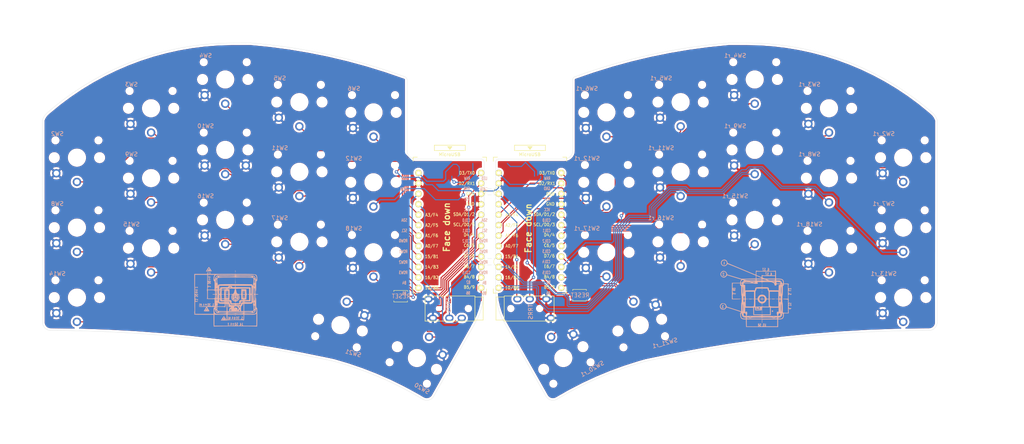
<source format=kicad_pcb>
(kicad_pcb (version 20171130) (host pcbnew "(5.1.10-1-10_14)")
  (layers (0 F.Cu signal) (31 B.Cu signal) (34 B.Paste user) (35 F.Paste user) (36 B.SilkS user) (37 F.SilkS user) (38 B.Mask user) (39 F.Mask user) (44 Edge.Cuts user))
  (net 0 "")
  (net 1 BT+)
  (net 2 gnd)
  (net 3 vcc)
  (net 4 Switch18)
  (net 5 reset)
  (net 6 Switch1)
  (net 7 Switch2)
  (net 8 Switch3)
  (net 9 Switch4)
  (net 10 Switch5)
  (net 11 Switch6)
  (net 12 Switch7)
  (net 13 Switch8)
  (net 14 Switch9)
  (net 15 Switch10)
  (net 16 Switch11)
  (net 17 Switch12)
  (net 18 Switch13)
  (net 19 Switch14)
  (net 20 Switch15)
  (net 21 Switch16)
  (net 22 Switch17)
  (net 23 raw)
  (net 24 BT+_r)
  (net 25 Switch18_r)
  (net 26 reset_r)
  (net 27 Switch9_r)
  (net 28 Switch10_r)
  (net 29 Switch11_r)
  (net 30 Switch12_r)
  (net 31 Switch13_r)
  (net 32 Switch14_r)
  (net 33 Switch15_r)
  (net 34 Switch16_r)
  (net 35 Switch17_r)
  (net 36 Switch1_r)
  (net 37 Switch2_r)
  (net 38 Switch3_r)
  (net 39 Switch4_r)
  (net 40 Switch5_r)
  (net 41 Switch6_r)
  (net 42 Switch7_r)
  (net 43 Switch8_r)
  (module silkscreens:pg1232_top (layer B.Cu) (at 60.44 74.47 180)
    (fp_text reference REF** hide)
    (fp_text value silk_pg2132_top hide)
  )
  (module silkscreens:pg1232_bottom (layer B.Cu) (at 188.28 75.45 180)
    (fp_text reference REF** hide)
    (fp_text value silk_pg1232_bottom hide)
  )
  (module kbd:ProMicro_v3 (layer F.Cu) (at 131.98 59.182)
    (fp_text reference U2 hide)
    (fp_text value ProMicro-kbd hide)
    (fp_text user ROW1 (at -11.3 4.6355) (layer B.SilkS) (effects (font (size 0.75 0.5) (thickness 0.125)) (justify mirror)))
    (fp_text user COL4 (at 3.95 7.112) (layer B.SilkS) (effects (font (size 0.75 0.5) (thickness 0.125)) (justify mirror)))
    (fp_text user ROW2 (at -11.3 7.239) (layer B.SilkS) (effects (font (size 0.75 0.5) (thickness 0.125)) (justify mirror)))
    (fp_text user COL5 (at 4 9.75) (layer B.SilkS) (effects (font (size 0.75 0.5) (thickness 0.125)) (justify mirror)))
    (fp_text user ROW3 (at -11.3 9.75) (layer B.SilkS) (effects (font (size 0.75 0.5) (thickness 0.125)) (justify mirror)))
    (fp_text user B2 (at 4.5085 12.1285) (layer B.SilkS) (effects (font (size 0.75 0.5) (thickness 0.125)) (justify mirror)))
    (fp_text user B4 (at -11.049 12.2555) (layer B.SilkS) (effects (font (size 0.75 0.5) (thickness 0.125)) (justify mirror)))
    (fp_text user B5 (at -11.049 14.7955) (layer B.SilkS) (effects (font (size 0.75 0.5) (thickness 0.125)) (justify mirror)))
    (fp_text user B6 (at 4.445 14.732) (layer B.SilkS) (effects (font (size 0.75 0.5) (thickness 0.125)) (justify mirror)))
    (fp_text user COL0 (at 4 -2.95) (layer B.SilkS) (effects (font (size 0.75 0.5) (thickness 0.125)) (justify mirror)))
    (fp_text user SDA (at -11.049 -2.9845) (layer B.SilkS) (effects (font (size 0.75 0.5) (thickness 0.125)) (justify mirror)))
    (fp_text user COL1 (at 4 -0.4445) (layer B.SilkS) (effects (font (size 0.75 0.5) (thickness 0.125)) (justify mirror)))
    (fp_text user SCL (at -11.049 -0.4445) (layer B.SilkS) (effects (font (size 0.75 0.5) (thickness 0.125)) (justify mirror)))
    (fp_text user COL2 (at 4 2.1) (layer B.SilkS) (effects (font (size 0.75 0.5) (thickness 0.125)) (justify mirror)))
    (fp_text user ROW0 (at -11.3 2.032) (layer B.SilkS) (effects (font (size 0.75 0.5) (thickness 0.125)) (justify mirror)))
    (fp_text user COL3 (at 4 4.6) (layer B.SilkS) (effects (font (size 0.75 0.5) (thickness 0.125)) (justify mirror)))
    (fp_text user DATA (at -11.2 -10.5) (layer B.SilkS) (effects (font (size 0.75 0.5) (thickness 0.125)) (justify mirror)))
    (fp_text user LED (at -11.049 -13.1445) (layer B.SilkS) (effects (font (size 0.75 0.5) (thickness 0.125)) (justify mirror)))
    (fp_text user "" (at -1.2065 -16.256) (layer B.SilkS) (effects (justify mirror)))
    (fp_text user "" (at -0.5 -17.25) (layer F.SilkS))
    (fp_text user RAW (at 4.191 -13.1445 unlocked) (layer B.SilkS) (effects (font (size 0.75 0.5) (thickness 0.125)) (justify mirror)))
    (fp_text user GND (at 4.1275 -10.668 unlocked) (layer B.SilkS) (effects (font (size 0.75 0.5) (thickness 0.125)) (justify mirror)))
    (fp_text user RST (at 4.191 -8.0645 unlocked) (layer B.SilkS) (effects (font (size 0.75 0.5) (thickness 0.125)) (justify mirror)))
    (fp_text user VCC (at 4.1275 -5.5245 unlocked) (layer B.SilkS) (effects (font (size 0.75 0.5) (thickness 0.125)) (justify mirror)))
    (fp_text user A3/F4 (at -4.395 -4.25 unlocked) (layer F.SilkS) (effects (font (size 0.75 0.67) (thickness 0.125))))
    (fp_text user A2/F5 (at -4.395 -1.75 unlocked) (layer F.SilkS) (effects (font (size 0.75 0.67) (thickness 0.125))))
    (fp_text user A1/F6 (at -4.395 0.75 unlocked) (layer F.SilkS) (effects (font (size 0.75 0.67) (thickness 0.125))))
    (fp_text user A0/F7 (at -4.395 3.3 unlocked) (layer F.SilkS) (effects (font (size 0.75 0.67) (thickness 0.125))))
    (fp_text user 15/B1 (at -4.395 5.85 unlocked) (layer F.SilkS) (effects (font (size 0.75 0.67) (thickness 0.125))))
    (fp_text user 14/B3 (at -4.395 8.4 unlocked) (layer F.SilkS) (effects (font (size 0.75 0.67) (thickness 0.125))))
    (fp_text user 10/B6 (at -4.395 13.45 unlocked) (layer F.SilkS) (effects (font (size 0.75 0.67) (thickness 0.125))))
    (fp_text user 16/B2 (at -4.395 10.95 unlocked) (layer F.SilkS) (effects (font (size 0.75 0.67) (thickness 0.125))))
    (fp_text user E6/7 (at 4.705 8.25 unlocked) (layer F.SilkS) (effects (font (size 0.75 0.67) (thickness 0.125))))
    (fp_text user D7/6 (at 4.705 5.7 unlocked) (layer F.SilkS) (effects (font (size 0.75 0.67) (thickness 0.125))))
    (fp_text user GND (at 4.955 -9.35 unlocked) (layer F.SilkS) (effects (font (size 0.75 0.67) (thickness 0.125))))
    (fp_text user GND (at 4.955 -6.9 unlocked) (layer F.SilkS) (effects (font (size 0.75 0.67) (thickness 0.125))))
    (fp_text user D3/TX0 (at 4.155 -14.45 unlocked) (layer F.SilkS) (effects (font (size 0.75 0.67) (thickness 0.125))))
    (fp_text user D4/4 (at 4.705 0.6 unlocked) (layer F.SilkS) (effects (font (size 0.75 0.67) (thickness 0.125))))
    (fp_text user SDA/D1/2 (at 3.455 -4.4 unlocked) (layer F.SilkS) (effects (font (size 0.75 0.67) (thickness 0.125))))
    (fp_text user SCL/D0/3 (at 3.455 -1.9 unlocked) (layer F.SilkS) (effects (font (size 0.75 0.67) (thickness 0.125))))
    (fp_text user C6/5 (at 4.705 3.15 unlocked) (layer F.SilkS) (effects (font (size 0.75 0.67) (thickness 0.125))))
    (fp_text user B5/9 (at 4.705 13.3 unlocked) (layer F.SilkS) (effects (font (size 0.75 0.67) (thickness 0.125))))
    (fp_text user D2/RX1 (at 4.155 -11.9 unlocked) (layer F.SilkS) (effects (font (size 0.75 0.67) (thickness 0.125))))
    (fp_text user B4/8 (at 4.705 10.8 unlocked) (layer F.SilkS) (effects (font (size 0.75 0.67) (thickness 0.125))))
    (fp_text user MicroUSB (at -0.05 -18.95) (layer F.SilkS) (effects (font (size 0.75 0.75) (thickness 0.12))))
    (pad 24 thru_hole circle (at -7.6086 -14.478) (size 1.524 1.524) (drill 0.8128) (layers *.Cu F.SilkS B.Mask) (net 23 raw))
    (pad 23 thru_hole circle (at -7.6086 -11.938) (size 1.524 1.524) (drill 0.8128) (layers *.Cu F.SilkS B.Mask) (net 2 gnd))
    (pad 22 thru_hole circle (at -7.6086 -9.398) (size 1.524 1.524) (drill 0.8128) (layers *.Cu F.SilkS B.Mask) (net 26 reset_r))
    (pad 21 thru_hole circle (at -7.6086 -6.858) (size 1.524 1.524) (drill 0.8128) (layers *.Cu F.SilkS B.Mask) (net 3 vcc))
    (pad 20 thru_hole circle (at -7.6086 -4.318) (size 1.524 1.524) (drill 0.8128) (layers *.Cu F.SilkS B.Mask) (net 40 Switch5_r))
    (pad 19 thru_hole circle (at -7.6086 -1.778) (size 1.524 1.524) (drill 0.8128) (layers *.Cu F.SilkS B.Mask) (net 39 Switch4_r))
    (pad 18 thru_hole circle (at -7.6086 0.762) (size 1.524 1.524) (drill 0.8128) (layers *.Cu F.SilkS B.Mask) (net 38 Switch3_r))
    (pad 17 thru_hole circle (at -7.6086 3.302) (size 1.524 1.524) (drill 0.8128) (layers *.Cu F.SilkS B.Mask) (net 37 Switch2_r))
    (pad 16 thru_hole circle (at -7.6086 5.842) (size 1.524 1.524) (drill 0.8128) (layers *.Cu F.SilkS B.Mask) (net 41 Switch6_r))
    (pad 15 thru_hole circle (at -7.6086 8.382) (size 1.524 1.524) (drill 0.8128) (layers *.Cu F.SilkS B.Mask) (net 42 Switch7_r))
    (pad 14 thru_hole circle (at -7.6086 10.922) (size 1.524 1.524) (drill 0.8128) (layers *.Cu F.SilkS B.Mask) (net 43 Switch8_r))
    (pad 13 thru_hole circle (at -7.6086 13.462) (size 1.524 1.524) (drill 0.8128) (layers *.Cu F.SilkS B.Mask) (net 27 Switch9_r))
    (pad 12 thru_hole circle (at 7.6114 13.462) (size 1.524 1.524) (drill 0.8128) (layers *.Cu F.SilkS B.Mask) (net 35 Switch17_r))
    (pad 11 thru_hole circle (at 7.6114 10.922) (size 1.524 1.524) (drill 0.8128) (layers *.Cu F.SilkS B.Mask) (net 34 Switch16_r))
    (pad 10 thru_hole circle (at 7.6114 8.382) (size 1.524 1.524) (drill 0.8128) (layers *.Cu F.SilkS B.Mask) (net 36 Switch1_r))
    (pad 9 thru_hole circle (at 7.6114 5.842) (size 1.524 1.524) (drill 0.8128) (layers *.Cu F.SilkS B.Mask) (net 33 Switch15_r))
    (pad 8 thru_hole circle (at 7.6114 3.302) (size 1.524 1.524) (drill 0.8128) (layers *.Cu F.SilkS B.Mask) (net 32 Switch14_r))
    (pad 7 thru_hole circle (at 7.6114 0.762) (size 1.524 1.524) (drill 0.8128) (layers *.Cu F.SilkS B.Mask) (net 31 Switch13_r))
    (pad 6 thru_hole circle (at 7.6114 -1.778) (size 1.524 1.524) (drill 0.8128) (layers *.Cu F.SilkS B.Mask) (net 30 Switch12_r))
    (pad 5 thru_hole circle (at 7.6114 -4.318) (size 1.524 1.524) (drill 0.8128) (layers *.Cu F.SilkS B.Mask) (net 29 Switch11_r))
    (pad 4 thru_hole circle (at 7.6114 -6.858) (size 1.524 1.524) (drill 0.8128) (layers *.Cu F.SilkS B.Mask) (net 2 gnd))
    (pad 3 thru_hole circle (at 7.6114 -9.398) (size 1.524 1.524) (drill 0.8128) (layers *.Cu F.SilkS B.Mask) (net 2 gnd))
    (pad 2 thru_hole circle (at 7.6114 -11.938) (size 1.524 1.524) (drill 0.8128) (layers *.Cu F.SilkS B.Mask) (net 25 Switch18_r))
    (pad 1 thru_hole circle (at 7.6114 -14.478) (size 1.524 1.524) (drill 0.8128) (layers *.Cu F.SilkS B.Mask) (net 28 Switch10_r))
  )
  (module kbd:ProMicro_v3 (layer F.Cu) (at 112.522 59.182)
    (fp_text reference U1 hide)
    (fp_text value ProMicro-kbd hide)
    (fp_text user ROW1 (at -11.3 4.6355) (layer B.SilkS) (effects (font (size 0.75 0.5) (thickness 0.125)) (justify mirror)))
    (fp_text user COL4 (at 3.95 7.112) (layer B.SilkS) (effects (font (size 0.75 0.5) (thickness 0.125)) (justify mirror)))
    (fp_text user ROW2 (at -11.3 7.239) (layer B.SilkS) (effects (font (size 0.75 0.5) (thickness 0.125)) (justify mirror)))
    (fp_text user COL5 (at 4 9.75) (layer B.SilkS) (effects (font (size 0.75 0.5) (thickness 0.125)) (justify mirror)))
    (fp_text user ROW3 (at -11.3 9.75) (layer B.SilkS) (effects (font (size 0.75 0.5) (thickness 0.125)) (justify mirror)))
    (fp_text user B2 (at 4.5085 12.1285) (layer B.SilkS) (effects (font (size 0.75 0.5) (thickness 0.125)) (justify mirror)))
    (fp_text user B4 (at -11.049 12.2555) (layer B.SilkS) (effects (font (size 0.75 0.5) (thickness 0.125)) (justify mirror)))
    (fp_text user B5 (at -11.049 14.7955) (layer B.SilkS) (effects (font (size 0.75 0.5) (thickness 0.125)) (justify mirror)))
    (fp_text user B6 (at 4.445 14.732) (layer B.SilkS) (effects (font (size 0.75 0.5) (thickness 0.125)) (justify mirror)))
    (fp_text user COL0 (at 4 -2.95) (layer B.SilkS) (effects (font (size 0.75 0.5) (thickness 0.125)) (justify mirror)))
    (fp_text user SDA (at -11.049 -2.9845) (layer B.SilkS) (effects (font (size 0.75 0.5) (thickness 0.125)) (justify mirror)))
    (fp_text user COL1 (at 4 -0.4445) (layer B.SilkS) (effects (font (size 0.75 0.5) (thickness 0.125)) (justify mirror)))
    (fp_text user SCL (at -11.049 -0.4445) (layer B.SilkS) (effects (font (size 0.75 0.5) (thickness 0.125)) (justify mirror)))
    (fp_text user COL2 (at 4 2.1) (layer B.SilkS) (effects (font (size 0.75 0.5) (thickness 0.125)) (justify mirror)))
    (fp_text user ROW0 (at -11.3 2.032) (layer B.SilkS) (effects (font (size 0.75 0.5) (thickness 0.125)) (justify mirror)))
    (fp_text user COL3 (at 4 4.6) (layer B.SilkS) (effects (font (size 0.75 0.5) (thickness 0.125)) (justify mirror)))
    (fp_text user DATA (at -11.2 -10.5) (layer B.SilkS) (effects (font (size 0.75 0.5) (thickness 0.125)) (justify mirror)))
    (fp_text user LED (at -11.049 -13.1445) (layer B.SilkS) (effects (font (size 0.75 0.5) (thickness 0.125)) (justify mirror)))
    (fp_text user "" (at -1.2065 -16.256) (layer B.SilkS) (effects (justify mirror)))
    (fp_text user "" (at -0.5 -17.25) (layer F.SilkS))
    (fp_text user RAW (at 4.191 -13.1445 unlocked) (layer B.SilkS) (effects (font (size 0.75 0.5) (thickness 0.125)) (justify mirror)))
    (fp_text user GND (at 4.1275 -10.668 unlocked) (layer B.SilkS) (effects (font (size 0.75 0.5) (thickness 0.125)) (justify mirror)))
    (fp_text user RST (at 4.191 -8.0645 unlocked) (layer B.SilkS) (effects (font (size 0.75 0.5) (thickness 0.125)) (justify mirror)))
    (fp_text user VCC (at 4.1275 -5.5245 unlocked) (layer B.SilkS) (effects (font (size 0.75 0.5) (thickness 0.125)) (justify mirror)))
    (fp_text user A3/F4 (at -4.395 -4.25 unlocked) (layer F.SilkS) (effects (font (size 0.75 0.67) (thickness 0.125))))
    (fp_text user A2/F5 (at -4.395 -1.75 unlocked) (layer F.SilkS) (effects (font (size 0.75 0.67) (thickness 0.125))))
    (fp_text user A1/F6 (at -4.395 0.75 unlocked) (layer F.SilkS) (effects (font (size 0.75 0.67) (thickness 0.125))))
    (fp_text user A0/F7 (at -4.395 3.3 unlocked) (layer F.SilkS) (effects (font (size 0.75 0.67) (thickness 0.125))))
    (fp_text user 15/B1 (at -4.395 5.85 unlocked) (layer F.SilkS) (effects (font (size 0.75 0.67) (thickness 0.125))))
    (fp_text user 14/B3 (at -4.395 8.4 unlocked) (layer F.SilkS) (effects (font (size 0.75 0.67) (thickness 0.125))))
    (fp_text user 10/B6 (at -4.395 13.45 unlocked) (layer F.SilkS) (effects (font (size 0.75 0.67) (thickness 0.125))))
    (fp_text user 16/B2 (at -4.395 10.95 unlocked) (layer F.SilkS) (effects (font (size 0.75 0.67) (thickness 0.125))))
    (fp_text user E6/7 (at 4.705 8.25 unlocked) (layer F.SilkS) (effects (font (size 0.75 0.67) (thickness 0.125))))
    (fp_text user D7/6 (at 4.705 5.7 unlocked) (layer F.SilkS) (effects (font (size 0.75 0.67) (thickness 0.125))))
    (fp_text user GND (at 4.955 -9.35 unlocked) (layer F.SilkS) (effects (font (size 0.75 0.67) (thickness 0.125))))
    (fp_text user GND (at 4.955 -6.9 unlocked) (layer F.SilkS) (effects (font (size 0.75 0.67) (thickness 0.125))))
    (fp_text user D3/TX0 (at 4.155 -14.45 unlocked) (layer F.SilkS) (effects (font (size 0.75 0.67) (thickness 0.125))))
    (fp_text user D4/4 (at 4.705 0.6 unlocked) (layer F.SilkS) (effects (font (size 0.75 0.67) (thickness 0.125))))
    (fp_text user SDA/D1/2 (at 3.455 -4.4 unlocked) (layer F.SilkS) (effects (font (size 0.75 0.67) (thickness 0.125))))
    (fp_text user SCL/D0/3 (at 3.455 -1.9 unlocked) (layer F.SilkS) (effects (font (size 0.75 0.67) (thickness 0.125))))
    (fp_text user C6/5 (at 4.705 3.15 unlocked) (layer F.SilkS) (effects (font (size 0.75 0.67) (thickness 0.125))))
    (fp_text user B5/9 (at 4.705 13.3 unlocked) (layer F.SilkS) (effects (font (size 0.75 0.67) (thickness 0.125))))
    (fp_text user D2/RX1 (at 4.155 -11.9 unlocked) (layer F.SilkS) (effects (font (size 0.75 0.67) (thickness 0.125))))
    (fp_text user B4/8 (at 4.705 10.8 unlocked) (layer F.SilkS) (effects (font (size 0.75 0.67) (thickness 0.125))))
    (fp_text user MicroUSB (at -0.05 -18.95) (layer F.SilkS) (effects (font (size 0.75 0.75) (thickness 0.12))))
    (pad 24 thru_hole circle (at -7.6086 -14.478) (size 1.524 1.524) (drill 0.8128) (layers *.Cu F.SilkS B.Mask) (net 23 raw))
    (pad 23 thru_hole circle (at -7.6086 -11.938) (size 1.524 1.524) (drill 0.8128) (layers *.Cu F.SilkS B.Mask) (net 2 gnd))
    (pad 22 thru_hole circle (at -7.6086 -9.398) (size 1.524 1.524) (drill 0.8128) (layers *.Cu F.SilkS B.Mask) (net 5 reset))
    (pad 21 thru_hole circle (at -7.6086 -6.858) (size 1.524 1.524) (drill 0.8128) (layers *.Cu F.SilkS B.Mask) (net 3 vcc))
    (pad 20 thru_hole circle (at -7.6086 -4.318) (size 1.524 1.524) (drill 0.8128) (layers *.Cu F.SilkS B.Mask) (net 10 Switch5))
    (pad 19 thru_hole circle (at -7.6086 -1.778) (size 1.524 1.524) (drill 0.8128) (layers *.Cu F.SilkS B.Mask) (net 9 Switch4))
    (pad 18 thru_hole circle (at -7.6086 0.762) (size 1.524 1.524) (drill 0.8128) (layers *.Cu F.SilkS B.Mask) (net 8 Switch3))
    (pad 17 thru_hole circle (at -7.6086 3.302) (size 1.524 1.524) (drill 0.8128) (layers *.Cu F.SilkS B.Mask) (net 7 Switch2))
    (pad 16 thru_hole circle (at -7.6086 5.842) (size 1.524 1.524) (drill 0.8128) (layers *.Cu F.SilkS B.Mask) (net 11 Switch6))
    (pad 15 thru_hole circle (at -7.6086 8.382) (size 1.524 1.524) (drill 0.8128) (layers *.Cu F.SilkS B.Mask) (net 12 Switch7))
    (pad 14 thru_hole circle (at -7.6086 10.922) (size 1.524 1.524) (drill 0.8128) (layers *.Cu F.SilkS B.Mask) (net 13 Switch8))
    (pad 13 thru_hole circle (at -7.6086 13.462) (size 1.524 1.524) (drill 0.8128) (layers *.Cu F.SilkS B.Mask) (net 14 Switch9))
    (pad 12 thru_hole circle (at 7.6114 13.462) (size 1.524 1.524) (drill 0.8128) (layers *.Cu F.SilkS B.Mask) (net 22 Switch17))
    (pad 11 thru_hole circle (at 7.6114 10.922) (size 1.524 1.524) (drill 0.8128) (layers *.Cu F.SilkS B.Mask) (net 21 Switch16))
    (pad 10 thru_hole circle (at 7.6114 8.382) (size 1.524 1.524) (drill 0.8128) (layers *.Cu F.SilkS B.Mask) (net 6 Switch1))
    (pad 9 thru_hole circle (at 7.6114 5.842) (size 1.524 1.524) (drill 0.8128) (layers *.Cu F.SilkS B.Mask) (net 20 Switch15))
    (pad 8 thru_hole circle (at 7.6114 3.302) (size 1.524 1.524) (drill 0.8128) (layers *.Cu F.SilkS B.Mask) (net 19 Switch14))
    (pad 7 thru_hole circle (at 7.6114 0.762) (size 1.524 1.524) (drill 0.8128) (layers *.Cu F.SilkS B.Mask) (net 18 Switch13))
    (pad 6 thru_hole circle (at 7.6114 -1.778) (size 1.524 1.524) (drill 0.8128) (layers *.Cu F.SilkS B.Mask) (net 17 Switch12))
    (pad 5 thru_hole circle (at 7.6114 -4.318) (size 1.524 1.524) (drill 0.8128) (layers *.Cu F.SilkS B.Mask) (net 16 Switch11))
    (pad 4 thru_hole circle (at 7.6114 -6.858) (size 1.524 1.524) (drill 0.8128) (layers *.Cu F.SilkS B.Mask) (net 2 gnd))
    (pad 3 thru_hole circle (at 7.6114 -9.398) (size 1.524 1.524) (drill 0.8128) (layers *.Cu F.SilkS B.Mask) (net 2 gnd))
    (pad 2 thru_hole circle (at 7.6114 -11.938) (size 1.524 1.524) (drill 0.8128) (layers *.Cu F.SilkS B.Mask) (net 4 Switch18))
    (pad 1 thru_hole circle (at 7.6114 -14.478) (size 1.524 1.524) (drill 0.8128) (layers *.Cu F.SilkS B.Mask) (net 15 Switch10))
  )
  (module Kailh:TRRS-PJ-320A (layer F.Cu) (at 125.73 77.67 90)
    (fp_text reference J1)
    (fp_text value AudioJack4dpb hide)
    (fp_text user TRRS (at -0.8255 6.4135 90) (layer B.SilkS) (effects (justify mirror)))
    (pad R1 thru_hole oval (at 2.3 6.2 90) (size 1.6 2) (drill oval 0.9 1.3) (layers *.Cu *.Mask) (net 25 Switch18_r))
    (pad "" np_thru_hole circle (at 0 1.6 90) (size 0.8 0.8) (drill 0.8) (layers *.Cu *.Mask))
    (pad "" np_thru_hole circle (at 0 8.6 90) (size 0.8 0.8) (drill 0.8) (layers *.Cu *.Mask))
    (pad R2 thru_hole oval (at 2.3 3.2 90) (size 1.6 2) (drill oval 0.9 1.3) (layers *.Cu *.Mask) (net 3 vcc))
    (pad T thru_hole oval (at 2.3 10.2 90) (size 1.6 2) (drill oval 0.9 1.3) (layers *.Cu *.Mask) (net 2 gnd))
    (pad S thru_hole oval (at -2.3 11.3 90) (size 1.6 2) (drill oval 0.9 1.3) (layers *.Cu *.Mask) (net 2 gnd))
  )
  (module Kailh:TRRS-PJ-320A (layer F.Cu) (at 118.618 77.67 270)
    (fp_text reference J2)
    (fp_text value AudioJack4dpb hide)
    (fp_text user TRRS (at -0.8255 6.4135 90) (layer B.SilkS) (effects (justify mirror)))
    (pad R1 thru_hole oval (at 2.3 6.2 270) (size 1.6 2) (drill oval 0.9 1.3) (layers *.Cu *.Mask) (net 4 Switch18))
    (pad "" np_thru_hole circle (at 0 1.6 270) (size 0.8 0.8) (drill 0.8) (layers *.Cu *.Mask))
    (pad "" np_thru_hole circle (at 0 8.6 270) (size 0.8 0.8) (drill 0.8) (layers *.Cu *.Mask))
    (pad R2 thru_hole oval (at 2.3 3.2 270) (size 1.6 2) (drill oval 0.9 1.3) (layers *.Cu *.Mask) (net 3 vcc))
    (pad T thru_hole oval (at 2.3 10.2 270) (size 1.6 2) (drill oval 0.9 1.3) (layers *.Cu *.Mask) (net 2 gnd))
    (pad S thru_hole oval (at -2.3 11.3 270) (size 1.6 2) (drill oval 0.9 1.3) (layers *.Cu *.Mask) (net 2 gnd))
  )
  (module Kailh:SW_PG1350_nonrev_DPB (layer F.Cu) (at 22 41)
    (fp_text reference SW2 hide)
    (fp_text value SW_Push hide)
    (fp_text user %R (at -4.76 -5.8) (layer B.SilkS) (effects (justify mirror)))
    (pad "" np_thru_hole circle (at -5.22 -4.2) (size 0.9906 0.9906) (drill 0.9906) (layers *.Cu *.Mask))
    (pad "" np_thru_hole circle (at 0 0) (size 3.429 3.429) (drill 3.429) (layers *.Cu *.Mask))
    (pad 2 thru_hole circle (at -5 3.8) (size 2.032 2.032) (drill 1.27) (layers *.Cu *.Mask) (net 2 gnd))
    (pad 1 thru_hole circle (at 0 5.9) (size 2.032 2.032) (drill 1.27) (layers *.Cu *.Mask) (net 6 Switch1))
    (pad "" np_thru_hole circle (at 5.22 -4.2) (size 0.9906 0.9906) (drill 0.9906) (layers *.Cu *.Mask))
    (pad "" np_thru_hole circle (at 5.5 0) (size 1.7018 1.7018) (drill 1.7018) (layers *.Cu *.Mask))
    (pad "" np_thru_hole circle (at -5.5 0) (size 1.7018 1.7018) (drill 1.7018) (layers *.Cu *.Mask))
  )
  (module Kailh:SW_PG1350_nonrev_DPB (layer F.Cu) (at 40 29)
    (fp_text reference SW3 hide)
    (fp_text value SW_Push hide)
    (fp_text user %R (at -4.76 -5.8) (layer B.SilkS) (effects (justify mirror)))
    (pad "" np_thru_hole circle (at -5.22 -4.2) (size 0.9906 0.9906) (drill 0.9906) (layers *.Cu *.Mask))
    (pad "" np_thru_hole circle (at 0 0) (size 3.429 3.429) (drill 3.429) (layers *.Cu *.Mask))
    (pad 2 thru_hole circle (at -5 3.8) (size 2.032 2.032) (drill 1.27) (layers *.Cu *.Mask) (net 2 gnd))
    (pad 1 thru_hole circle (at 0 5.9) (size 2.032 2.032) (drill 1.27) (layers *.Cu *.Mask) (net 7 Switch2))
    (pad "" np_thru_hole circle (at 5.22 -4.2) (size 0.9906 0.9906) (drill 0.9906) (layers *.Cu *.Mask))
    (pad "" np_thru_hole circle (at 5.5 0) (size 1.7018 1.7018) (drill 1.7018) (layers *.Cu *.Mask))
    (pad "" np_thru_hole circle (at -5.5 0) (size 1.7018 1.7018) (drill 1.7018) (layers *.Cu *.Mask))
  )
  (module Kailh:SW_PG1350_nonrev_DPB (layer F.Cu) (at 58 22)
    (fp_text reference SW4 hide)
    (fp_text value SW_Push hide)
    (fp_text user %R (at -4.76 -5.8) (layer B.SilkS) (effects (justify mirror)))
    (pad "" np_thru_hole circle (at -5.22 -4.2) (size 0.9906 0.9906) (drill 0.9906) (layers *.Cu *.Mask))
    (pad "" np_thru_hole circle (at 0 0) (size 3.429 3.429) (drill 3.429) (layers *.Cu *.Mask))
    (pad 2 thru_hole circle (at -5 3.8) (size 2.032 2.032) (drill 1.27) (layers *.Cu *.Mask) (net 2 gnd))
    (pad 1 thru_hole circle (at 0 5.9) (size 2.032 2.032) (drill 1.27) (layers *.Cu *.Mask) (net 8 Switch3))
    (pad "" np_thru_hole circle (at 5.22 -4.2) (size 0.9906 0.9906) (drill 0.9906) (layers *.Cu *.Mask))
    (pad "" np_thru_hole circle (at 5.5 0) (size 1.7018 1.7018) (drill 1.7018) (layers *.Cu *.Mask))
    (pad "" np_thru_hole circle (at -5.5 0) (size 1.7018 1.7018) (drill 1.7018) (layers *.Cu *.Mask))
  )
  (module Kailh:SW_PG1350_nonrev_DPB (layer F.Cu) (at 76 27.5)
    (fp_text reference SW5 hide)
    (fp_text value SW_Push hide)
    (fp_text user %R (at -4.76 -5.8) (layer B.SilkS) (effects (justify mirror)))
    (pad "" np_thru_hole circle (at -5.22 -4.2) (size 0.9906 0.9906) (drill 0.9906) (layers *.Cu *.Mask))
    (pad "" np_thru_hole circle (at 0 0) (size 3.429 3.429) (drill 3.429) (layers *.Cu *.Mask))
    (pad 2 thru_hole circle (at -5 3.8) (size 2.032 2.032) (drill 1.27) (layers *.Cu *.Mask) (net 2 gnd))
    (pad 1 thru_hole circle (at 0 5.9) (size 2.032 2.032) (drill 1.27) (layers *.Cu *.Mask) (net 9 Switch4))
    (pad "" np_thru_hole circle (at 5.22 -4.2) (size 0.9906 0.9906) (drill 0.9906) (layers *.Cu *.Mask))
    (pad "" np_thru_hole circle (at 5.5 0) (size 1.7018 1.7018) (drill 1.7018) (layers *.Cu *.Mask))
    (pad "" np_thru_hole circle (at -5.5 0) (size 1.7018 1.7018) (drill 1.7018) (layers *.Cu *.Mask))
  )
  (module Kailh:SW_PG1350_nonrev_DPB (layer F.Cu) (at 94 30)
    (fp_text reference SW6 hide)
    (fp_text value SW_Push hide)
    (fp_text user %R (at -4.76 -5.8) (layer B.SilkS) (effects (justify mirror)))
    (pad "" np_thru_hole circle (at -5.22 -4.2) (size 0.9906 0.9906) (drill 0.9906) (layers *.Cu *.Mask))
    (pad "" np_thru_hole circle (at 0 0) (size 3.429 3.429) (drill 3.429) (layers *.Cu *.Mask))
    (pad 2 thru_hole circle (at -5 3.8) (size 2.032 2.032) (drill 1.27) (layers *.Cu *.Mask) (net 2 gnd))
    (pad 1 thru_hole circle (at 0 5.9) (size 2.032 2.032) (drill 1.27) (layers *.Cu *.Mask) (net 10 Switch5))
    (pad "" np_thru_hole circle (at 5.22 -4.2) (size 0.9906 0.9906) (drill 0.9906) (layers *.Cu *.Mask))
    (pad "" np_thru_hole circle (at 5.5 0) (size 1.7018 1.7018) (drill 1.7018) (layers *.Cu *.Mask))
    (pad "" np_thru_hole circle (at -5.5 0) (size 1.7018 1.7018) (drill 1.7018) (layers *.Cu *.Mask))
  )
  (module Kailh:SW_PG1350_nonrev_DPB (layer F.Cu) (at 22 58)
    (fp_text reference SW8 hide)
    (fp_text value SW_Push hide)
    (fp_text user %R (at -4.76 -5.8) (layer B.SilkS) (effects (justify mirror)))
    (pad "" np_thru_hole circle (at -5.22 -4.2) (size 0.9906 0.9906) (drill 0.9906) (layers *.Cu *.Mask))
    (pad "" np_thru_hole circle (at 0 0) (size 3.429 3.429) (drill 3.429) (layers *.Cu *.Mask))
    (pad 2 thru_hole circle (at -5 3.8) (size 2.032 2.032) (drill 1.27) (layers *.Cu *.Mask) (net 2 gnd))
    (pad 1 thru_hole circle (at 0 5.9) (size 2.032 2.032) (drill 1.27) (layers *.Cu *.Mask) (net 11 Switch6))
    (pad "" np_thru_hole circle (at 5.22 -4.2) (size 0.9906 0.9906) (drill 0.9906) (layers *.Cu *.Mask))
    (pad "" np_thru_hole circle (at 5.5 0) (size 1.7018 1.7018) (drill 1.7018) (layers *.Cu *.Mask))
    (pad "" np_thru_hole circle (at -5.5 0) (size 1.7018 1.7018) (drill 1.7018) (layers *.Cu *.Mask))
  )
  (module Kailh:SW_PG1350_nonrev_DPB (layer F.Cu) (at 40 45.974)
    (fp_text reference SW9 hide)
    (fp_text value SW_Push hide)
    (fp_text user %R (at -4.76 -5.8) (layer B.SilkS) (effects (justify mirror)))
    (pad "" np_thru_hole circle (at -5.22 -4.2) (size 0.9906 0.9906) (drill 0.9906) (layers *.Cu *.Mask))
    (pad "" np_thru_hole circle (at 0 0) (size 3.429 3.429) (drill 3.429) (layers *.Cu *.Mask))
    (pad 2 thru_hole circle (at -5 3.8) (size 2.032 2.032) (drill 1.27) (layers *.Cu *.Mask) (net 2 gnd))
    (pad 1 thru_hole circle (at 0 5.9) (size 2.032 2.032) (drill 1.27) (layers *.Cu *.Mask) (net 12 Switch7))
    (pad "" np_thru_hole circle (at 5.22 -4.2) (size 0.9906 0.9906) (drill 0.9906) (layers *.Cu *.Mask))
    (pad "" np_thru_hole circle (at 5.5 0) (size 1.7018 1.7018) (drill 1.7018) (layers *.Cu *.Mask))
    (pad "" np_thru_hole circle (at -5.5 0) (size 1.7018 1.7018) (drill 1.7018) (layers *.Cu *.Mask))
  )
  (module Kailh:SW_PG1350_nonrev_DPB (layer F.Cu) (at 76 44.45)
    (fp_text reference SW11 hide)
    (fp_text value SW_Push hide)
    (fp_text user %R (at -4.76 -5.8) (layer B.SilkS) (effects (justify mirror)))
    (pad "" np_thru_hole circle (at -5.22 -4.2) (size 0.9906 0.9906) (drill 0.9906) (layers *.Cu *.Mask))
    (pad "" np_thru_hole circle (at 0 0) (size 3.429 3.429) (drill 3.429) (layers *.Cu *.Mask))
    (pad 2 thru_hole circle (at -5 3.8) (size 2.032 2.032) (drill 1.27) (layers *.Cu *.Mask) (net 2 gnd))
    (pad 1 thru_hole circle (at 0 5.9) (size 2.032 2.032) (drill 1.27) (layers *.Cu *.Mask) (net 14 Switch9))
    (pad "" np_thru_hole circle (at 5.22 -4.2) (size 0.9906 0.9906) (drill 0.9906) (layers *.Cu *.Mask))
    (pad "" np_thru_hole circle (at 5.5 0) (size 1.7018 1.7018) (drill 1.7018) (layers *.Cu *.Mask))
    (pad "" np_thru_hole circle (at -5.5 0) (size 1.7018 1.7018) (drill 1.7018) (layers *.Cu *.Mask))
  )
  (module Kailh:SW_PG1350_nonrev_DPB (layer F.Cu) (at 93.98 46.99)
    (fp_text reference SW12 hide)
    (fp_text value SW_Push hide)
    (fp_text user %R (at -4.76 -5.8) (layer B.SilkS) (effects (justify mirror)))
    (pad "" np_thru_hole circle (at -5.22 -4.2) (size 0.9906 0.9906) (drill 0.9906) (layers *.Cu *.Mask))
    (pad "" np_thru_hole circle (at 0 0) (size 3.429 3.429) (drill 3.429) (layers *.Cu *.Mask))
    (pad 2 thru_hole circle (at -5 3.8) (size 2.032 2.032) (drill 1.27) (layers *.Cu *.Mask) (net 2 gnd))
    (pad 1 thru_hole circle (at 0 5.9) (size 2.032 2.032) (drill 1.27) (layers *.Cu *.Mask) (net 15 Switch10))
    (pad "" np_thru_hole circle (at 5.22 -4.2) (size 0.9906 0.9906) (drill 0.9906) (layers *.Cu *.Mask))
    (pad "" np_thru_hole circle (at 5.5 0) (size 1.7018 1.7018) (drill 1.7018) (layers *.Cu *.Mask))
    (pad "" np_thru_hole circle (at -5.5 0) (size 1.7018 1.7018) (drill 1.7018) (layers *.Cu *.Mask))
  )
  (module Kailh:SW_PG1350_nonrev_DPB (layer F.Cu) (at 22 75)
    (fp_text reference SW14 hide)
    (fp_text value SW_Push hide)
    (fp_text user %R (at -4.76 -5.8) (layer B.SilkS) (effects (justify mirror)))
    (pad "" np_thru_hole circle (at -5.22 -4.2) (size 0.9906 0.9906) (drill 0.9906) (layers *.Cu *.Mask))
    (pad "" np_thru_hole circle (at 0 0) (size 3.429 3.429) (drill 3.429) (layers *.Cu *.Mask))
    (pad 2 thru_hole circle (at -5 3.8) (size 2.032 2.032) (drill 1.27) (layers *.Cu *.Mask) (net 2 gnd))
    (pad 1 thru_hole circle (at 0 5.9) (size 2.032 2.032) (drill 1.27) (layers *.Cu *.Mask) (net 16 Switch11))
    (pad "" np_thru_hole circle (at 5.22 -4.2) (size 0.9906 0.9906) (drill 0.9906) (layers *.Cu *.Mask))
    (pad "" np_thru_hole circle (at 5.5 0) (size 1.7018 1.7018) (drill 1.7018) (layers *.Cu *.Mask))
    (pad "" np_thru_hole circle (at -5.5 0) (size 1.7018 1.7018) (drill 1.7018) (layers *.Cu *.Mask))
  )
  (module Kailh:SW_PG1350_nonrev_DPB (layer F.Cu) (at 40 62.992)
    (fp_text reference SW15 hide)
    (fp_text value SW_Push hide)
    (fp_text user %R (at -4.76 -5.8) (layer B.SilkS) (effects (justify mirror)))
    (pad "" np_thru_hole circle (at -5.22 -4.2) (size 0.9906 0.9906) (drill 0.9906) (layers *.Cu *.Mask))
    (pad "" np_thru_hole circle (at 0 0) (size 3.429 3.429) (drill 3.429) (layers *.Cu *.Mask))
    (pad 2 thru_hole circle (at -5 3.8) (size 2.032 2.032) (drill 1.27) (layers *.Cu *.Mask) (net 2 gnd))
    (pad 1 thru_hole circle (at 0 5.9) (size 2.032 2.032) (drill 1.27) (layers *.Cu *.Mask) (net 17 Switch12))
    (pad "" np_thru_hole circle (at 5.22 -4.2) (size 0.9906 0.9906) (drill 0.9906) (layers *.Cu *.Mask))
    (pad "" np_thru_hole circle (at 5.5 0) (size 1.7018 1.7018) (drill 1.7018) (layers *.Cu *.Mask))
    (pad "" np_thru_hole circle (at -5.5 0) (size 1.7018 1.7018) (drill 1.7018) (layers *.Cu *.Mask))
  )
  (module Kailh:SW_PG1350_nonrev_DPB (layer F.Cu) (at 58 56.134)
    (fp_text reference SW16 hide)
    (fp_text value SW_Push hide)
    (fp_text user %R (at -4.76 -5.8) (layer B.SilkS) (effects (justify mirror)))
    (pad "" np_thru_hole circle (at -5.22 -4.2) (size 0.9906 0.9906) (drill 0.9906) (layers *.Cu *.Mask))
    (pad "" np_thru_hole circle (at 0 0) (size 3.429 3.429) (drill 3.429) (layers *.Cu *.Mask))
    (pad 2 thru_hole circle (at -5 3.8) (size 2.032 2.032) (drill 1.27) (layers *.Cu *.Mask) (net 2 gnd))
    (pad 1 thru_hole circle (at 0 5.9) (size 2.032 2.032) (drill 1.27) (layers *.Cu *.Mask) (net 18 Switch13))
    (pad "" np_thru_hole circle (at 5.22 -4.2) (size 0.9906 0.9906) (drill 0.9906) (layers *.Cu *.Mask))
    (pad "" np_thru_hole circle (at 5.5 0) (size 1.7018 1.7018) (drill 1.7018) (layers *.Cu *.Mask))
    (pad "" np_thru_hole circle (at -5.5 0) (size 1.7018 1.7018) (drill 1.7018) (layers *.Cu *.Mask))
  )
  (module Kailh:SW_PG1350_nonrev_DPB (layer F.Cu) (at 76 61.468)
    (fp_text reference SW17 hide)
    (fp_text value SW_Push hide)
    (fp_text user %R (at -4.76 -5.8) (layer B.SilkS) (effects (justify mirror)))
    (pad "" np_thru_hole circle (at -5.22 -4.2) (size 0.9906 0.9906) (drill 0.9906) (layers *.Cu *.Mask))
    (pad "" np_thru_hole circle (at 0 0) (size 3.429 3.429) (drill 3.429) (layers *.Cu *.Mask))
    (pad 2 thru_hole circle (at -5 3.8) (size 2.032 2.032) (drill 1.27) (layers *.Cu *.Mask) (net 2 gnd))
    (pad 1 thru_hole circle (at 0 5.9) (size 2.032 2.032) (drill 1.27) (layers *.Cu *.Mask) (net 19 Switch14))
    (pad "" np_thru_hole circle (at 5.22 -4.2) (size 0.9906 0.9906) (drill 0.9906) (layers *.Cu *.Mask))
    (pad "" np_thru_hole circle (at 5.5 0) (size 1.7018 1.7018) (drill 1.7018) (layers *.Cu *.Mask))
    (pad "" np_thru_hole circle (at -5.5 0) (size 1.7018 1.7018) (drill 1.7018) (layers *.Cu *.Mask))
  )
  (module Kailh:SW_PG1350_nonrev_DPB (layer F.Cu) (at 93.98 64.008)
    (fp_text reference SW18 hide)
    (fp_text value SW_Push hide)
    (fp_text user %R (at -4.76 -5.8) (layer B.SilkS) (effects (justify mirror)))
    (pad "" np_thru_hole circle (at -5.22 -4.2) (size 0.9906 0.9906) (drill 0.9906) (layers *.Cu *.Mask))
    (pad "" np_thru_hole circle (at 0 0) (size 3.429 3.429) (drill 3.429) (layers *.Cu *.Mask))
    (pad 2 thru_hole circle (at -5 3.8) (size 2.032 2.032) (drill 1.27) (layers *.Cu *.Mask) (net 2 gnd))
    (pad 1 thru_hole circle (at 0 5.9) (size 2.032 2.032) (drill 1.27) (layers *.Cu *.Mask) (net 20 Switch15))
    (pad "" np_thru_hole circle (at 5.22 -4.2) (size 0.9906 0.9906) (drill 0.9906) (layers *.Cu *.Mask))
    (pad "" np_thru_hole circle (at 5.5 0) (size 1.7018 1.7018) (drill 1.7018) (layers *.Cu *.Mask))
    (pad "" np_thru_hole circle (at -5.5 0) (size 1.7018 1.7018) (drill 1.7018) (layers *.Cu *.Mask))
  )
  (module Kailh:SW_PG1350_nonrev_DPB (layer F.Cu) (at 104.53 89.7 150)
    (fp_text reference SW20 hide)
    (fp_text value SW_Push hide)
    (fp_text user %R (at -4.76 -5.8 150) (layer B.SilkS) (effects (justify mirror)))
    (pad "" np_thru_hole circle (at -5.22 -4.2 150) (size 0.9906 0.9906) (drill 0.9906) (layers *.Cu *.Mask))
    (pad "" np_thru_hole circle (at 0 0 150) (size 3.429 3.429) (drill 3.429) (layers *.Cu *.Mask))
    (pad 2 thru_hole circle (at -5 3.8 150) (size 2.032 2.032) (drill 1.27) (layers *.Cu *.Mask) (net 2 gnd))
    (pad 1 thru_hole circle (at 0 5.9 150) (size 2.032 2.032) (drill 1.27) (layers *.Cu *.Mask) (net 22 Switch17))
    (pad "" np_thru_hole circle (at 5.22 -4.2 150) (size 0.9906 0.9906) (drill 0.9906) (layers *.Cu *.Mask))
    (pad "" np_thru_hole circle (at 5.5 0 150) (size 1.7018 1.7018) (drill 1.7018) (layers *.Cu *.Mask))
    (pad "" np_thru_hole circle (at -5.5 0 150) (size 1.7018 1.7018) (drill 1.7018) (layers *.Cu *.Mask))
  )
  (module Kailh:SW_PG1350_nonrev_DPB (layer F.Cu) (at 85.97 81.7 165)
    (fp_text reference SW21 hide)
    (fp_text value SW_Push hide)
    (fp_text user %R (at -4.759999 -5.8 165) (layer B.SilkS) (effects (justify mirror)))
    (pad "" np_thru_hole circle (at -5.22 -4.2 165) (size 0.9906 0.9906) (drill 0.9906) (layers *.Cu *.Mask))
    (pad "" np_thru_hole circle (at 0 0 165) (size 3.429 3.429) (drill 3.429) (layers *.Cu *.Mask))
    (pad 2 thru_hole circle (at -5 3.8 165) (size 2.032 2.032) (drill 1.27) (layers *.Cu *.Mask) (net 2 gnd))
    (pad 1 thru_hole circle (at 0 5.9 165) (size 2.032 2.032) (drill 1.27) (layers *.Cu *.Mask) (net 21 Switch16))
    (pad "" np_thru_hole circle (at 5.22 -4.2 165) (size 0.9906 0.9906) (drill 0.9906) (layers *.Cu *.Mask))
    (pad "" np_thru_hole circle (at 5.5 0 165) (size 1.7018 1.7018) (drill 1.7018) (layers *.Cu *.Mask))
    (pad "" np_thru_hole circle (at -5.5 0 165) (size 1.7018 1.7018) (drill 1.7018) (layers *.Cu *.Mask))
  )
  (module Kailh:SW_PG1350_nonrev_DPB (layer F.Cu) (at 168.554 44.45)
    (fp_text reference SW11_r1 hide)
    (fp_text value SW_Push hide)
    (fp_text user %R (at -4.76 -5.8) (layer B.SilkS) (effects (justify mirror)))
    (pad "" np_thru_hole circle (at -5.22 -4.2) (size 0.9906 0.9906) (drill 0.9906) (layers *.Cu *.Mask))
    (pad "" np_thru_hole circle (at 0 0) (size 3.429 3.429) (drill 3.429) (layers *.Cu *.Mask))
    (pad 2 thru_hole circle (at -5 3.8) (size 2.032 2.032) (drill 1.27) (layers *.Cu *.Mask) (net 2 gnd))
    (pad 1 thru_hole circle (at 0 5.9) (size 2.032 2.032) (drill 1.27) (layers *.Cu *.Mask) (net 27 Switch9_r))
    (pad "" np_thru_hole circle (at 5.22 -4.2) (size 0.9906 0.9906) (drill 0.9906) (layers *.Cu *.Mask))
    (pad "" np_thru_hole circle (at 5.5 0) (size 1.7018 1.7018) (drill 1.7018) (layers *.Cu *.Mask))
    (pad "" np_thru_hole circle (at -5.5 0) (size 1.7018 1.7018) (drill 1.7018) (layers *.Cu *.Mask))
  )
  (module Kailh:SW_PG1350_nonrev_DPB (layer F.Cu) (at 150.54 46.99)
    (fp_text reference SW12_r1 hide)
    (fp_text value SW_Push hide)
    (fp_text user %R (at -4.76 -5.8) (layer B.SilkS) (effects (justify mirror)))
    (pad "" np_thru_hole circle (at -5.22 -4.2) (size 0.9906 0.9906) (drill 0.9906) (layers *.Cu *.Mask))
    (pad "" np_thru_hole circle (at 0 0) (size 3.429 3.429) (drill 3.429) (layers *.Cu *.Mask))
    (pad 2 thru_hole circle (at -5 3.8) (size 2.032 2.032) (drill 1.27) (layers *.Cu *.Mask) (net 2 gnd))
    (pad 1 thru_hole circle (at 0 5.9) (size 2.032 2.032) (drill 1.27) (layers *.Cu *.Mask) (net 28 Switch10_r))
    (pad "" np_thru_hole circle (at 5.22 -4.2) (size 0.9906 0.9906) (drill 0.9906) (layers *.Cu *.Mask))
    (pad "" np_thru_hole circle (at 5.5 0) (size 1.7018 1.7018) (drill 1.7018) (layers *.Cu *.Mask))
    (pad "" np_thru_hole circle (at -5.5 0) (size 1.7018 1.7018) (drill 1.7018) (layers *.Cu *.Mask))
  )
  (module Kailh:SW_PG1350_nonrev_DPB (layer F.Cu) (at 222.586 75)
    (fp_text reference SW13_r1 hide)
    (fp_text value SW_Push hide)
    (fp_text user %R (at -4.76 -5.8) (layer B.SilkS) (effects (justify mirror)))
    (pad "" np_thru_hole circle (at -5.22 -4.2) (size 0.9906 0.9906) (drill 0.9906) (layers *.Cu *.Mask))
    (pad "" np_thru_hole circle (at 0 0) (size 3.429 3.429) (drill 3.429) (layers *.Cu *.Mask))
    (pad 2 thru_hole circle (at -5 3.8) (size 2.032 2.032) (drill 1.27) (layers *.Cu *.Mask) (net 2 gnd))
    (pad 1 thru_hole circle (at 0 5.9) (size 2.032 2.032) (drill 1.27) (layers *.Cu *.Mask) (net 29 Switch11_r))
    (pad "" np_thru_hole circle (at 5.22 -4.2) (size 0.9906 0.9906) (drill 0.9906) (layers *.Cu *.Mask))
    (pad "" np_thru_hole circle (at 5.5 0) (size 1.7018 1.7018) (drill 1.7018) (layers *.Cu *.Mask))
    (pad "" np_thru_hole circle (at -5.5 0) (size 1.7018 1.7018) (drill 1.7018) (layers *.Cu *.Mask))
  )
  (module Kailh:SW_PG1350_nonrev_DPB (layer F.Cu) (at 186.542 56.134)
    (fp_text reference SW15_r1 hide)
    (fp_text value SW_Push hide)
    (fp_text user %R (at -4.76 -5.8) (layer B.SilkS) (effects (justify mirror)))
    (pad "" np_thru_hole circle (at -5.22 -4.2) (size 0.9906 0.9906) (drill 0.9906) (layers *.Cu *.Mask))
    (pad "" np_thru_hole circle (at 0 0) (size 3.429 3.429) (drill 3.429) (layers *.Cu *.Mask))
    (pad 2 thru_hole circle (at -5 3.8) (size 2.032 2.032) (drill 1.27) (layers *.Cu *.Mask) (net 2 gnd))
    (pad 1 thru_hole circle (at 0 5.9) (size 2.032 2.032) (drill 1.27) (layers *.Cu *.Mask) (net 31 Switch13_r))
    (pad "" np_thru_hole circle (at 5.22 -4.2) (size 0.9906 0.9906) (drill 0.9906) (layers *.Cu *.Mask))
    (pad "" np_thru_hole circle (at 5.5 0) (size 1.7018 1.7018) (drill 1.7018) (layers *.Cu *.Mask))
    (pad "" np_thru_hole circle (at -5.5 0) (size 1.7018 1.7018) (drill 1.7018) (layers *.Cu *.Mask))
  )
  (module Kailh:SW_PG1350_nonrev_DPB (layer F.Cu) (at 168.554 61.468)
    (fp_text reference SW16_r1 hide)
    (fp_text value SW_Push hide)
    (fp_text user %R (at -4.76 -5.8) (layer B.SilkS) (effects (justify mirror)))
    (pad "" np_thru_hole circle (at -5.22 -4.2) (size 0.9906 0.9906) (drill 0.9906) (layers *.Cu *.Mask))
    (pad "" np_thru_hole circle (at 0 0) (size 3.429 3.429) (drill 3.429) (layers *.Cu *.Mask))
    (pad 2 thru_hole circle (at -5 3.8) (size 2.032 2.032) (drill 1.27) (layers *.Cu *.Mask) (net 2 gnd))
    (pad 1 thru_hole circle (at 0 5.9) (size 2.032 2.032) (drill 1.27) (layers *.Cu *.Mask) (net 32 Switch14_r))
    (pad "" np_thru_hole circle (at 5.22 -4.2) (size 0.9906 0.9906) (drill 0.9906) (layers *.Cu *.Mask))
    (pad "" np_thru_hole circle (at 5.5 0) (size 1.7018 1.7018) (drill 1.7018) (layers *.Cu *.Mask))
    (pad "" np_thru_hole circle (at -5.5 0) (size 1.7018 1.7018) (drill 1.7018) (layers *.Cu *.Mask))
  )
  (module Kailh:SW_PG1350_nonrev_DPB (layer F.Cu) (at 150.54 64.008)
    (fp_text reference SW17_r1 hide)
    (fp_text value SW_Push hide)
    (fp_text user %R (at -4.76 -5.8) (layer B.SilkS) (effects (justify mirror)))
    (pad "" np_thru_hole circle (at -5.22 -4.2) (size 0.9906 0.9906) (drill 0.9906) (layers *.Cu *.Mask))
    (pad "" np_thru_hole circle (at 0 0) (size 3.429 3.429) (drill 3.429) (layers *.Cu *.Mask))
    (pad 2 thru_hole circle (at -5 3.8) (size 2.032 2.032) (drill 1.27) (layers *.Cu *.Mask) (net 2 gnd))
    (pad 1 thru_hole circle (at 0 5.9) (size 2.032 2.032) (drill 1.27) (layers *.Cu *.Mask) (net 33 Switch15_r))
    (pad "" np_thru_hole circle (at 5.22 -4.2) (size 0.9906 0.9906) (drill 0.9906) (layers *.Cu *.Mask))
    (pad "" np_thru_hole circle (at 5.5 0) (size 1.7018 1.7018) (drill 1.7018) (layers *.Cu *.Mask))
    (pad "" np_thru_hole circle (at -5.5 0) (size 1.7018 1.7018) (drill 1.7018) (layers *.Cu *.Mask))
  )
  (module Kailh:SW_PG1350_nonrev_DPB (layer F.Cu) (at 204.568 62.992)
    (fp_text reference SW18_r1 hide)
    (fp_text value SW_Push hide)
    (fp_text user %R (at -4.76 -5.8) (layer B.SilkS) (effects (justify mirror)))
    (pad "" np_thru_hole circle (at -5.22 -4.2) (size 0.9906 0.9906) (drill 0.9906) (layers *.Cu *.Mask))
    (pad "" np_thru_hole circle (at 0 0) (size 3.429 3.429) (drill 3.429) (layers *.Cu *.Mask))
    (pad 2 thru_hole circle (at -5 3.8) (size 2.032 2.032) (drill 1.27) (layers *.Cu *.Mask) (net 2 gnd))
    (pad 1 thru_hole circle (at 0 5.9) (size 2.032 2.032) (drill 1.27) (layers *.Cu *.Mask) (net 30 Switch12_r))
    (pad "" np_thru_hole circle (at 5.22 -4.2) (size 0.9906 0.9906) (drill 0.9906) (layers *.Cu *.Mask))
    (pad "" np_thru_hole circle (at 5.5 0) (size 1.7018 1.7018) (drill 1.7018) (layers *.Cu *.Mask))
    (pad "" np_thru_hole circle (at -5.5 0) (size 1.7018 1.7018) (drill 1.7018) (layers *.Cu *.Mask))
  )
  (module Kailh:SW_PG1350_nonrev_DPB (layer F.Cu) (at 222.586 41)
    (fp_text reference SW2_r1 hide)
    (fp_text value SW_Push hide)
    (fp_text user %R (at -4.76 -5.8) (layer B.SilkS) (effects (justify mirror)))
    (pad "" np_thru_hole circle (at -5.22 -4.2) (size 0.9906 0.9906) (drill 0.9906) (layers *.Cu *.Mask))
    (pad "" np_thru_hole circle (at 0 0) (size 3.429 3.429) (drill 3.429) (layers *.Cu *.Mask))
    (pad 2 thru_hole circle (at -5 3.8) (size 2.032 2.032) (drill 1.27) (layers *.Cu *.Mask) (net 2 gnd))
    (pad 1 thru_hole circle (at 0 5.9) (size 2.032 2.032) (drill 1.27) (layers *.Cu *.Mask) (net 36 Switch1_r))
    (pad "" np_thru_hole circle (at 5.22 -4.2) (size 0.9906 0.9906) (drill 0.9906) (layers *.Cu *.Mask))
    (pad "" np_thru_hole circle (at 5.5 0) (size 1.7018 1.7018) (drill 1.7018) (layers *.Cu *.Mask))
    (pad "" np_thru_hole circle (at -5.5 0) (size 1.7018 1.7018) (drill 1.7018) (layers *.Cu *.Mask))
  )
  (module Kailh:SW_PG1350_nonrev_DPB (layer F.Cu) (at 204.568 29)
    (fp_text reference SW3_r1 hide)
    (fp_text value SW_Push hide)
    (fp_text user %R (at -4.76 -5.8) (layer B.SilkS) (effects (justify mirror)))
    (pad "" np_thru_hole circle (at -5.22 -4.2) (size 0.9906 0.9906) (drill 0.9906) (layers *.Cu *.Mask))
    (pad "" np_thru_hole circle (at 0 0) (size 3.429 3.429) (drill 3.429) (layers *.Cu *.Mask))
    (pad 2 thru_hole circle (at -5 3.8) (size 2.032 2.032) (drill 1.27) (layers *.Cu *.Mask) (net 2 gnd))
    (pad 1 thru_hole circle (at 0 5.9) (size 2.032 2.032) (drill 1.27) (layers *.Cu *.Mask) (net 37 Switch2_r))
    (pad "" np_thru_hole circle (at 5.22 -4.2) (size 0.9906 0.9906) (drill 0.9906) (layers *.Cu *.Mask))
    (pad "" np_thru_hole circle (at 5.5 0) (size 1.7018 1.7018) (drill 1.7018) (layers *.Cu *.Mask))
    (pad "" np_thru_hole circle (at -5.5 0) (size 1.7018 1.7018) (drill 1.7018) (layers *.Cu *.Mask))
  )
  (module Kailh:SW_PG1350_nonrev_DPB (layer F.Cu) (at 186.542 22)
    (fp_text reference SW4_r1 hide)
    (fp_text value SW_Push hide)
    (fp_text user %R (at -4.76 -5.8) (layer B.SilkS) (effects (justify mirror)))
    (pad "" np_thru_hole circle (at -5.22 -4.2) (size 0.9906 0.9906) (drill 0.9906) (layers *.Cu *.Mask))
    (pad "" np_thru_hole circle (at 0 0) (size 3.429 3.429) (drill 3.429) (layers *.Cu *.Mask))
    (pad 2 thru_hole circle (at -5 3.8) (size 2.032 2.032) (drill 1.27) (layers *.Cu *.Mask) (net 2 gnd))
    (pad 1 thru_hole circle (at 0 5.9) (size 2.032 2.032) (drill 1.27) (layers *.Cu *.Mask) (net 38 Switch3_r))
    (pad "" np_thru_hole circle (at 5.22 -4.2) (size 0.9906 0.9906) (drill 0.9906) (layers *.Cu *.Mask))
    (pad "" np_thru_hole circle (at 5.5 0) (size 1.7018 1.7018) (drill 1.7018) (layers *.Cu *.Mask))
    (pad "" np_thru_hole circle (at -5.5 0) (size 1.7018 1.7018) (drill 1.7018) (layers *.Cu *.Mask))
  )
  (module Kailh:SW_PG1350_nonrev_DPB (layer F.Cu) (at 168.554 27.5)
    (fp_text reference SW5_r1 hide)
    (fp_text value SW_Push hide)
    (fp_text user %R (at -4.76 -5.8) (layer B.SilkS) (effects (justify mirror)))
    (pad "" np_thru_hole circle (at -5.22 -4.2) (size 0.9906 0.9906) (drill 0.9906) (layers *.Cu *.Mask))
    (pad "" np_thru_hole circle (at 0 0) (size 3.429 3.429) (drill 3.429) (layers *.Cu *.Mask))
    (pad 2 thru_hole circle (at -5 3.8) (size 2.032 2.032) (drill 1.27) (layers *.Cu *.Mask) (net 2 gnd))
    (pad 1 thru_hole circle (at 0 5.9) (size 2.032 2.032) (drill 1.27) (layers *.Cu *.Mask) (net 39 Switch4_r))
    (pad "" np_thru_hole circle (at 5.22 -4.2) (size 0.9906 0.9906) (drill 0.9906) (layers *.Cu *.Mask))
    (pad "" np_thru_hole circle (at 5.5 0) (size 1.7018 1.7018) (drill 1.7018) (layers *.Cu *.Mask))
    (pad "" np_thru_hole circle (at -5.5 0) (size 1.7018 1.7018) (drill 1.7018) (layers *.Cu *.Mask))
  )
  (module Kailh:SW_PG1350_nonrev_DPB (layer F.Cu) (at 150.54 30)
    (fp_text reference SW6_r1 hide)
    (fp_text value SW_Push hide)
    (fp_text user %R (at -4.76 -5.8) (layer B.SilkS) (effects (justify mirror)))
    (pad "" np_thru_hole circle (at -5.22 -4.2) (size 0.9906 0.9906) (drill 0.9906) (layers *.Cu *.Mask))
    (pad "" np_thru_hole circle (at 0 0) (size 3.429 3.429) (drill 3.429) (layers *.Cu *.Mask))
    (pad 2 thru_hole circle (at -5 3.8) (size 2.032 2.032) (drill 1.27) (layers *.Cu *.Mask) (net 2 gnd))
    (pad 1 thru_hole circle (at 0 5.9) (size 2.032 2.032) (drill 1.27) (layers *.Cu *.Mask) (net 40 Switch5_r))
    (pad "" np_thru_hole circle (at 5.22 -4.2) (size 0.9906 0.9906) (drill 0.9906) (layers *.Cu *.Mask))
    (pad "" np_thru_hole circle (at 5.5 0) (size 1.7018 1.7018) (drill 1.7018) (layers *.Cu *.Mask))
    (pad "" np_thru_hole circle (at -5.5 0) (size 1.7018 1.7018) (drill 1.7018) (layers *.Cu *.Mask))
  )
  (module Kailh:SW_PG1350_nonrev_DPB (layer F.Cu) (at 222.586 58)
    (fp_text reference SW7_r1 hide)
    (fp_text value SW_Push hide)
    (fp_text user %R (at -4.76 -5.8) (layer B.SilkS) (effects (justify mirror)))
    (pad "" np_thru_hole circle (at -5.22 -4.2) (size 0.9906 0.9906) (drill 0.9906) (layers *.Cu *.Mask))
    (pad "" np_thru_hole circle (at 0 0) (size 3.429 3.429) (drill 3.429) (layers *.Cu *.Mask))
    (pad 2 thru_hole circle (at -5 3.8) (size 2.032 2.032) (drill 1.27) (layers *.Cu *.Mask) (net 2 gnd))
    (pad 1 thru_hole circle (at 0 5.9) (size 2.032 2.032) (drill 1.27) (layers *.Cu *.Mask) (net 41 Switch6_r))
    (pad "" np_thru_hole circle (at 5.22 -4.2) (size 0.9906 0.9906) (drill 0.9906) (layers *.Cu *.Mask))
    (pad "" np_thru_hole circle (at 5.5 0) (size 1.7018 1.7018) (drill 1.7018) (layers *.Cu *.Mask))
    (pad "" np_thru_hole circle (at -5.5 0) (size 1.7018 1.7018) (drill 1.7018) (layers *.Cu *.Mask))
  )
  (module Kailh:SW_PG1350_nonrev_DPB (layer F.Cu) (at 204.568 45.974)
    (fp_text reference SW8_r1 hide)
    (fp_text value SW_Push hide)
    (fp_text user %R (at -4.76 -5.8) (layer B.SilkS) (effects (justify mirror)))
    (pad "" np_thru_hole circle (at -5.22 -4.2) (size 0.9906 0.9906) (drill 0.9906) (layers *.Cu *.Mask))
    (pad "" np_thru_hole circle (at 0 0) (size 3.429 3.429) (drill 3.429) (layers *.Cu *.Mask))
    (pad 2 thru_hole circle (at -5 3.8) (size 2.032 2.032) (drill 1.27) (layers *.Cu *.Mask) (net 2 gnd))
    (pad 1 thru_hole circle (at 0 5.9) (size 2.032 2.032) (drill 1.27) (layers *.Cu *.Mask) (net 42 Switch7_r))
    (pad "" np_thru_hole circle (at 5.22 -4.2) (size 0.9906 0.9906) (drill 0.9906) (layers *.Cu *.Mask))
    (pad "" np_thru_hole circle (at 5.5 0) (size 1.7018 1.7018) (drill 1.7018) (layers *.Cu *.Mask))
    (pad "" np_thru_hole circle (at -5.5 0) (size 1.7018 1.7018) (drill 1.7018) (layers *.Cu *.Mask))
  )
  (module Kailh:SW_PG1350_nonrev_DPB (layer F.Cu) (at 186.542 39.116)
    (fp_text reference SW9_r1 hide)
    (fp_text value SW_Push hide)
    (fp_text user %R (at -4.76 -5.8) (layer B.SilkS) (effects (justify mirror)))
    (pad "" np_thru_hole circle (at -5.22 -4.2) (size 0.9906 0.9906) (drill 0.9906) (layers *.Cu *.Mask))
    (pad "" np_thru_hole circle (at 0 0) (size 3.429 3.429) (drill 3.429) (layers *.Cu *.Mask))
    (pad 2 thru_hole circle (at -5 3.8) (size 2.032 2.032) (drill 1.27) (layers *.Cu *.Mask) (net 2 gnd))
    (pad 1 thru_hole circle (at 0 5.9) (size 2.032 2.032) (drill 1.27) (layers *.Cu *.Mask) (net 43 Switch8_r))
    (pad "" np_thru_hole circle (at 5.22 -4.2) (size 0.9906 0.9906) (drill 0.9906) (layers *.Cu *.Mask))
    (pad "" np_thru_hole circle (at 5.5 0) (size 1.7018 1.7018) (drill 1.7018) (layers *.Cu *.Mask))
    (pad "" np_thru_hole circle (at -5.5 0) (size 1.7018 1.7018) (drill 1.7018) (layers *.Cu *.Mask))
  )
  (module Kailh:SW_PG1350_nonrev_DPB (layer F.Cu) (at 140.072 89.7 210)
    (fp_text reference SW20_r1 hide)
    (fp_text value SW_Push hide)
    (fp_text user %R (at -4.76 -5.8 30) (layer B.SilkS) (effects (justify mirror)))
    (pad "" np_thru_hole circle (at -5.22 -4.2 210) (size 0.9906 0.9906) (drill 0.9906) (layers *.Cu *.Mask))
    (pad "" np_thru_hole circle (at 0 0 210) (size 3.429 3.429) (drill 3.429) (layers *.Cu *.Mask))
    (pad 2 thru_hole circle (at -5 3.8 210) (size 2.032 2.032) (drill 1.27) (layers *.Cu *.Mask) (net 2 gnd))
    (pad 1 thru_hole circle (at 0 5.9 210) (size 2.032 2.032) (drill 1.27) (layers *.Cu *.Mask) (net 35 Switch17_r))
    (pad "" np_thru_hole circle (at 5.22 -4.2 210) (size 0.9906 0.9906) (drill 0.9906) (layers *.Cu *.Mask))
    (pad "" np_thru_hole circle (at 5.5 0 210) (size 1.7018 1.7018) (drill 1.7018) (layers *.Cu *.Mask))
    (pad "" np_thru_hole circle (at -5.5 0 210) (size 1.7018 1.7018) (drill 1.7018) (layers *.Cu *.Mask))
  )
  (module Kailh:SW_PG1350_nonrev_DPB (layer F.Cu) (at 158.632 81.7 195)
    (fp_text reference SW21_r1 hide)
    (fp_text value SW_Push hide)
    (fp_text user %R (at -4.759999 -5.8 15) (layer B.SilkS) (effects (justify mirror)))
    (pad "" np_thru_hole circle (at -5.22 -4.2 195) (size 0.9906 0.9906) (drill 0.9906) (layers *.Cu *.Mask))
    (pad "" np_thru_hole circle (at 0 0 195) (size 3.429 3.429) (drill 3.429) (layers *.Cu *.Mask))
    (pad 2 thru_hole circle (at -5 3.8 195) (size 2.032 2.032) (drill 1.27) (layers *.Cu *.Mask) (net 2 gnd))
    (pad 1 thru_hole circle (at 0 5.9 195) (size 2.032 2.032) (drill 1.27) (layers *.Cu *.Mask) (net 34 Switch16_r))
    (pad "" np_thru_hole circle (at 5.22 -4.2 195) (size 0.9906 0.9906) (drill 0.9906) (layers *.Cu *.Mask))
    (pad "" np_thru_hole circle (at 5.5 0 195) (size 1.7018 1.7018) (drill 1.7018) (layers *.Cu *.Mask))
    (pad "" np_thru_hole circle (at -5.5 0 195) (size 1.7018 1.7018) (drill 1.7018) (layers *.Cu *.Mask))
  )
  (module Kailh:SW_PG1350_rev_DPB (layer F.Cu) (at 58 39.116)
    (fp_text reference SW10 hide)
    (fp_text value SW_Push hide)
    (fp_text user %R (at -4.76 -5.8) (layer B.SilkS) (effects (justify mirror)))
    (pad "" np_thru_hole circle (at -5.5 0) (size 1.7018 1.7018) (drill 1.7018) (layers *.Cu *.Mask))
    (pad "" np_thru_hole circle (at 5.5 0) (size 1.7018 1.7018) (drill 1.7018) (layers *.Cu *.Mask))
    (pad "" np_thru_hole circle (at 5.22 -4.2) (size 0.9906 0.9906) (drill 0.9906) (layers *.Cu *.Mask))
    (pad 1 thru_hole circle (at 0 5.9) (size 2.032 2.032) (drill 1.27) (layers *.Cu *.Mask) (net 13 Switch8))
    (pad 2 thru_hole circle (at -5 3.8) (size 2.032 2.032) (drill 1.27) (layers *.Cu *.Mask) (net 2 gnd))
    (pad "" np_thru_hole circle (at 0 0) (size 3.429 3.429) (drill 3.429) (layers *.Cu *.Mask))
    (pad 2 thru_hole circle (at 5 3.8) (size 2.032 2.032) (drill 1.27) (layers *.Cu *.Mask) (net 2 gnd))
    (pad "" np_thru_hole circle (at -5.22 -4.2) (size 0.9906 0.9906) (drill 0.9906) (layers *.Cu *.Mask))
  )
  (module kbd:mouse-bite-2mm-slot-with-space-for-track (layer F.Cu) (at 122.174 49.276)
    (fp_text reference mouse-bite-2mm-slot hide)
    (fp_text value VAL** hide)
    (pad "" np_thru_hole circle (at -0.75 -0.75) (size 0.5 0.5) (drill 0.5) (layers *.Cu *.Mask))
    (pad "" np_thru_hole circle (at -0.75 0.75) (size 0.5 0.5) (drill 0.5) (layers *.Cu *.Mask))
    (pad "" np_thru_hole circle (at 0.75 0.75) (size 0.5 0.5) (drill 0.5) (layers *.Cu *.Mask))
    (pad "" np_thru_hole circle (at 0.75 -0.75) (size 0.5 0.5) (drill 0.5) (layers *.Cu *.Mask))
  )
  (module kbd:mouse-bite-2mm-slot-with-space-for-track (layer F.Cu) (at 122.174 66.294)
    (fp_text reference mouse-bite-2mm-slot hide)
    (fp_text value VAL** hide)
    (pad "" np_thru_hole circle (at -0.75 -0.75) (size 0.5 0.5) (drill 0.5) (layers *.Cu *.Mask))
    (pad "" np_thru_hole circle (at -0.75 0.75) (size 0.5 0.5) (drill 0.5) (layers *.Cu *.Mask))
    (pad "" np_thru_hole circle (at 0.75 0.75) (size 0.5 0.5) (drill 0.5) (layers *.Cu *.Mask))
    (pad "" np_thru_hole circle (at 0.75 -0.75) (size 0.5 0.5) (drill 0.5) (layers *.Cu *.Mask))
  )
  (module kbd:SW_SPST_B3U-1000P (layer F.Cu) (at 144.018 74.422)
    (fp_text reference RSW2 hide)
    (fp_text value SW_Push)
    (fp_text user RESET (at 0.127 0) (layer B.SilkS) (effects (justify mirror)))
    (pad 1 smd rect (at -1.7 0) (size 0.9 1.7) (layers F.Cu F.Paste F.Mask) (net 2 gnd))
    (pad 2 smd rect (at 1.7 0) (size 0.9 1.7) (layers F.Cu F.Paste F.Mask) (net 26 reset_r))
  )
  (module kbd:SW_SPST_B3U-1000P (layer F.Cu) (at 100.584 74.676)
    (fp_text reference RSW1 hide)
    (fp_text value SW_Push)
    (fp_text user RESET (at 0.127 0) (layer B.SilkS) (effects (justify mirror)))
    (pad 1 smd rect (at -1.7 0) (size 0.9 1.7) (layers F.Cu F.Paste F.Mask) (net 2 gnd))
    (pad 2 smd rect (at 1.7 0) (size 0.9 1.7) (layers F.Cu F.Paste F.Mask) (net 5 reset))
  )
  (gr_text "Face down" (at 131.572 58.166 90) (layer F.SilkS) (effects (font (size 1.5 1.5) (thickness 0.3))))
  (gr_text "Face down" (at 111.76 57.912 90) (layer F.SilkS) (effects (font (size 1.5 1.5) (thickness 0.3))))
  (gr_line (start 120.832 67.056) (end 120.844 73.152) (layer Edge.Cuts) (width 0.05))
  (gr_line (start 120.832 58.166) (end 120.844 65.532) (layer Edge.Cuts) (width 0.05))
  (gr_line (start 123.646 67.056) (end 123.634 73.152) (layer Edge.Cuts) (width 0.05))
  (gr_line (start 123.646 58.166) (end 123.646 65.532) (layer Edge.Cuts) (width 0.05))
  (gr_line (start 123.646 67.056) (end 120.832 67.056) (layer Edge.Cuts) (width 0.05))
  (gr_line (start 123.646 65.532) (end 120.844 65.532) (layer Edge.Cuts) (width 0.05))
  (gr_line (start 123.646 50.038) (end 120.832 50.038) (layer Edge.Cuts) (width 0.05))
  (gr_line (start 123.646 48.514) (end 120.844 48.514) (layer Edge.Cuts) (width 0.05))
  (gr_line (start 123.646 42.06) (end 123.646 48.514) (layer Edge.Cuts) (width 0.05))
  (gr_line (start 120.832 42.06) (end 120.844 48.514) (layer Edge.Cuts) (width 0.05))
  (gr_line (start 180.266223 13.120679) (end 184.467611 13.126139) (layer Edge.Cuts) (width 0.05))
  (gr_arc (start 140.407852 73.022051) (end 125.380696 80.47615) (angle 25.93947102) (layer Edge.Cuts) (width 0.05))
  (gr_line (start 125.380696 80.47615) (end 135.888 99.069265) (layer Edge.Cuts) (width 0.05))
  (gr_arc (start 184.467611 81.856139) (end 184.467611 13.126139) (angle 40.87028694) (layer Edge.Cuts) (width 0.05))
  (gr_line (start 140.300998 41.312917) (end 124.396 41.31) (layer Edge.Cuts) (width 0.05))
  (gr_line (start 142.335999 39.381999) (end 142.335955 22.057419) (layer Edge.Cuts) (width 0.05))
  (gr_line (start 123.646 50.038) (end 123.646 58.166) (layer Edge.Cuts) (width 0.05))
  (gr_arc (start 228.849508 81.016606) (end 230.829507 81.163022) (angle 87.48838509) (layer Edge.Cuts) (width 0.05))
  (gr_arc (start 229.368038 406.957453) (end 160.148866 90.481946) (angle 12.23515303) (layer Edge.Cuts) (width 0.05))
  (gr_arc (start 137.55 98.018) (end 138.62 99.668) (angle 90.64821197) (layer Edge.Cuts) (width 0.05))
  (gr_arc (start 192.213558 156.650303) (end 142.77071 21.376889) (angle 15.31921041) (layer Edge.Cuts) (width 0.05))
  (gr_arc (start 140.336 39.312) (end 142.335999 39.381999) (angle 88.99765458) (layer Edge.Cuts) (width 0.05))
  (gr_arc (start 226.996 33.128) (end 229.441 29.883) (angle 35.36225308) (layer Edge.Cuts) (width 0.05))
  (gr_arc (start 182.936 173.708) (end 138.62 99.668) (angle 15.59005573) (layer Edge.Cuts) (width 0.05))
  (gr_arc (start 143.085955 22.057419) (end 142.335955 22.057419) (angle 65.14479855) (layer Edge.Cuts) (width 0.05))
  (gr_line (start 230.867945 31.896702) (end 230.829507 81.163022) (layer Edge.Cuts) (width 0.05))
  (gr_arc (start 124.396 42.06) (end 123.646 42.06) (angle 90) (layer Edge.Cuts) (width 0.05))
  (gr_line (start 64.211777 13.120679) (end 60.010389 13.126139) (layer Edge.Cuts) (width 0.05))
  (gr_arc (start 104.070148 73.022051) (end 119.097304 80.47615) (angle -25.93947102) (layer Edge.Cuts) (width 0.05))
  (gr_line (start 119.097304 80.47615) (end 108.59 99.069265) (layer Edge.Cuts) (width 0.05))
  (gr_arc (start 60.010389 81.856139) (end 60.010389 13.126139) (angle -40.87028694) (layer Edge.Cuts) (width 0.05))
  (gr_line (start 104.177002 41.312917) (end 120.082 41.31) (layer Edge.Cuts) (width 0.05))
  (gr_line (start 102.142001 39.381999) (end 102.142045 22.057419) (layer Edge.Cuts) (width 0.05))
  (gr_line (start 120.832 50.038) (end 120.832 58.166) (layer Edge.Cuts) (width 0.05))
  (gr_arc (start 15.628253 81.018608) (end 13.650254 81.165024) (angle -87.49275882) (layer Edge.Cuts) (width 0.05))
  (gr_arc (start 15.109962 406.957453) (end 84.329134 90.481946) (angle -12.23515303) (layer Edge.Cuts) (width 0.05))
  (gr_arc (start 106.928 98.018) (end 105.858 99.668) (angle -90.64821197) (layer Edge.Cuts) (width 0.05))
  (gr_arc (start 52.264442 156.650303) (end 101.70729 21.376889) (angle -15.31921041) (layer Edge.Cuts) (width 0.05))
  (gr_arc (start 104.142 39.312) (end 102.142001 39.381999) (angle -88.99765458) (layer Edge.Cuts) (width 0.05))
  (gr_arc (start 17.482 33.128) (end 15.037 29.883) (angle -35.36225308) (layer Edge.Cuts) (width 0.05))
  (gr_arc (start 61.542 173.708) (end 105.858 99.668) (angle -15.59005573) (layer Edge.Cuts) (width 0.05))
  (gr_arc (start 101.392045 22.057419) (end 102.142045 22.057419) (angle -65.14479855) (layer Edge.Cuts) (width 0.05))
  (gr_line (start 13.610055 31.896702) (end 13.650254 81.165024) (layer Edge.Cuts) (width 0.05))
  (gr_arc (start 120.082 42.06) (end 120.832 42.06) (angle -90) (layer Edge.Cuts) (width 0.05))
  (segment (start 129.905999 43.140999) (end 130.882998 42.164) (width 0.25) (layer B.Cu) (net 1))
  (segment (start 127.214999 43.140999) (end 129.905999 43.140999) (width 0.25) (layer B.Cu) (net 1))
  (segment (start 126.492 42.418) (end 127.214999 43.140999) (width 0.25) (layer B.Cu) (net 1))
  (segment (start 133.084 44.365002) (end 133.084 45.509) (width 0.25) (layer B.Cu) (net 1))
  (segment (start 130.882998 42.164) (end 133.084 44.365002) (width 0.25) (layer B.Cu) (net 1))
  (segment (start 107.348 75.14) (end 107.318 75.17) (width 0.25) (layer F.Cu) (net 2))
  (segment (start 120.1334 49.784) (end 120.591007 49.784) (width 0.25) (layer F.Cu) (net 2))
  (segment (start 95.303159 33.8) (end 89 33.8) (width 0.25) (layer B.Cu) (net 2))
  (segment (start 103.921159 42.418) (end 95.303159 33.8) (width 0.25) (layer B.Cu) (net 2))
  (segment (start 106.426 42.418) (end 103.921159 42.418) (width 0.25) (layer B.Cu) (net 2))
  (segment (start 98.884 74.676) (end 98.884 76.376) (width 0.25) (layer F.Cu) (net 2))
  (segment (start 98.9924 77.27117) (end 107.0016 77.27117) (width 0.25) (layer F.Cu) (net 2))
  (segment (start 98.884 77.16277) (end 98.9924 77.27117) (width 0.25) (layer F.Cu) (net 2))
  (segment (start 107.318 76.95477) (end 107.318 75.17) (width 0.25) (layer F.Cu) (net 2))
  (segment (start 107.0016 77.27117) (end 107.318 76.95477) (width 0.25) (layer F.Cu) (net 2))
  (segment (start 135.93 75.17) (end 139.65601 75.17) (width 0.25) (layer F.Cu) (net 2))
  (segment (start 142.26001 74.36401) (end 142.318 74.422) (width 0.25) (layer F.Cu) (net 2))
  (segment (start 140.462 74.36401) (end 142.26001 74.36401) (width 0.25) (layer F.Cu) (net 2))
  (segment (start 139.65601 75.17) (end 140.462 74.36401) (width 0.25) (layer F.Cu) (net 2))
  (segment (start 123.200001 49.101001) (end 123.436992 48.86401) (width 0.25) (layer B.Cu) (net 2))
  (segment (start 124.3714 48.283588) (end 124.3714 47.244) (width 0.25) (layer B.Cu) (net 2))
  (segment (start 123.790978 48.86401) (end 124.3714 48.283588) (width 0.25) (layer B.Cu) (net 2))
  (segment (start 120.816399 49.101001) (end 123.200001 49.101001) (width 0.25) (layer B.Cu) (net 2))
  (segment (start 123.436992 48.86401) (end 123.790978 48.86401) (width 0.25) (layer B.Cu) (net 2))
  (segment (start 120.1334 49.784) (end 120.816399 49.101001) (width 0.25) (layer B.Cu) (net 2))
  (segment (start 108.398 79.95) (end 108.418 79.97) (width 0.25) (layer B.Cu) (net 2))
  (segment (start 108.388 79.94) (end 108.418 79.97) (width 0.25) (layer B.Cu) (net 2))
  (segment (start 98.884 76.376) (end 98.884 77.16277) (width 0.25) (layer F.Cu) (net 2))
  (segment (start 110.744 75.438) (end 106.426 71.12) (width 0.25) (layer B.Cu) (net 3))
  (segment (start 106.426 53.8366) (end 104.9134 52.324) (width 0.25) (layer B.Cu) (net 3))
  (segment (start 106.426 71.12) (end 106.426 53.8366) (width 0.25) (layer B.Cu) (net 3))
  (segment (start 124.3714 52.324) (end 128.778 56.7306) (width 0.25) (layer B.Cu) (net 3))
  (segment (start 128.778 56.7306) (end 128.778 65.786) (width 0.25) (layer B.Cu) (net 3))
  (segment (start 128.778 65.786) (end 128.778 66.04) (width 0.25) (layer B.Cu) (net 3))
  (via (at 128.778 65.786) (size 0.8) (drill 0.4) (layers F.Cu B.Cu) (net 3))
  (segment (start 128.778 75.018) (end 128.93 75.17) (width 0.25) (layer F.Cu) (net 3))
  (segment (start 128.778 65.786) (end 128.778 75.018) (width 0.25) (layer F.Cu) (net 3))
  (segment (start 113.908 81.28) (end 114.485 80.703) (width 0.25) (layer B.Cu) (net 3))
  (segment (start 115.418 79.77) (end 114.485 80.703) (width 0.25) (layer B.Cu) (net 3))
  (segment (start 110.744 80.772) (end 111.252 81.28) (width 0.25) (layer B.Cu) (net 3))
  (segment (start 111.252 81.28) (end 113.908 81.28) (width 0.25) (layer B.Cu) (net 3))
  (segment (start 110.744 75.438) (end 110.744 80.772) (width 0.25) (layer B.Cu) (net 3))
  (segment (start 115.398 79.95) (end 115.418 79.97) (width 0.25) (layer B.Cu) (net 3))
  (segment (start 112.418 79.77) (end 112.418 72.748) (width 0.25) (layer B.Cu) (net 4))
  (segment (start 112.418 72.748) (end 117.094 68.072) (width 0.25) (layer B.Cu) (net 4))
  (segment (start 117.094 68.072) (end 117.094 53.086) (width 0.25) (layer B.Cu) (net 4))
  (segment (start 117.094 53.086) (end 117.094 53.086) (width 0.25) (layer B.Cu) (net 4))
  (via (at 117.094 53.086) (size 0.8) (drill 0.4) (layers F.Cu B.Cu) (net 4))
  (segment (start 117.094 50.2834) (end 117.094 53.086) (width 0.25) (layer F.Cu) (net 4))
  (segment (start 120.1334 47.244) (end 117.094 50.2834) (width 0.25) (layer F.Cu) (net 4))
  (segment (start 112.650915 76.199495) (end 112.650915 75.34) (width 0.25) (layer F.Cu) (net 4))
  (segment (start 112.418 76.43241) (end 112.650915 76.199495) (width 0.25) (layer F.Cu) (net 4))
  (segment (start 112.418 79.97) (end 112.418 76.43241) (width 0.25) (layer F.Cu) (net 4))
  (via (at 103.632 74.93) (size 0.8) (drill 0.4) (layers F.Cu B.Cu) (net 5))
  (segment (start 104.9134 49.784) (end 103.378 51.3194) (width 0.25) (layer B.Cu) (net 5))
  (segment (start 103.378 51.3194) (end 103.378 73.914) (width 0.25) (layer B.Cu) (net 5))
  (segment (start 103.632 74.168) (end 103.378 73.914) (width 0.25) (layer B.Cu) (net 5))
  (segment (start 103.632 74.93) (end 103.632 74.168) (width 0.25) (layer B.Cu) (net 5))
  (segment (start 103.378 74.676) (end 103.632 74.93) (width 0.25) (layer F.Cu) (net 5))
  (segment (start 102.284 74.676) (end 103.378 74.676) (width 0.25) (layer F.Cu) (net 5))
  (segment (start 99.568 44.45) (end 99.568 44.45) (width 0.25) (layer F.Cu) (net 6))
  (via (at 99.568 44.45) (size 0.8) (drill 0.4) (layers F.Cu B.Cu) (net 6))
  (segment (start 100.56196 43.45604) (end 99.568 44.45) (width 0.25) (layer F.Cu) (net 6))
  (segment (start 87.63 42.418) (end 88.138 41.91) (width 0.25) (layer F.Cu) (net 6))
  (segment (start 22 46.9) (end 28.439954 46.9) (width 0.25) (layer F.Cu) (net 6))
  (segment (start 70.7472 37.98402) (end 78.67479 37.98402) (width 0.25) (layer F.Cu) (net 6))
  (segment (start 85.09 42.418) (end 87.63 42.418) (width 0.25) (layer F.Cu) (net 6))
  (segment (start 28.439954 46.9) (end 39.098953 36.241001) (width 0.25) (layer F.Cu) (net 6))
  (segment (start 45.292999 36.241001) (end 46.18399 35.35001) (width 0.25) (layer F.Cu) (net 6))
  (segment (start 46.18399 35.35001) (end 49.201719 35.350009) (width 0.25) (layer F.Cu) (net 6))
  (segment (start 49.201719 35.350009) (end 51.785728 32.766) (width 0.25) (layer F.Cu) (net 6))
  (segment (start 39.098953 36.241001) (end 45.292999 36.241001) (width 0.25) (layer F.Cu) (net 6))
  (segment (start 78.67479 37.98402) (end 80.00278 39.31201) (width 0.25) (layer F.Cu) (net 6))
  (segment (start 51.785728 32.766) (end 65.52918 32.766) (width 0.25) (layer F.Cu) (net 6))
  (segment (start 65.52918 32.766) (end 70.7472 37.98402) (width 0.25) (layer F.Cu) (net 6))
  (segment (start 81.98401 39.31201) (end 85.09 42.418) (width 0.25) (layer F.Cu) (net 6))
  (segment (start 80.00278 39.31201) (end 81.98401 39.31201) (width 0.25) (layer F.Cu) (net 6))
  (segment (start 100.56196 42.64996) (end 100.56196 43.45604) (width 0.25) (layer F.Cu) (net 6))
  (segment (start 99.822 41.91) (end 100.56196 42.64996) (width 0.25) (layer F.Cu) (net 6))
  (segment (start 88.138 41.91) (end 99.822 41.91) (width 0.25) (layer F.Cu) (net 6))
  (segment (start 119.819495 67.877905) (end 120.1334 67.564) (width 0.25) (layer F.Cu) (net 6))
  (segment (start 105.069163 45.791001) (end 100.909001 45.791001) (width 0.25) (layer B.Cu) (net 6))
  (segment (start 108.282919 47.576919) (end 106.855081 47.576919) (width 0.25) (layer B.Cu) (net 6))
  (segment (start 109.7237 49.0177) (end 108.282919 47.576919) (width 0.25) (layer B.Cu) (net 6))
  (segment (start 117.5891 49.0177) (end 109.7237 49.0177) (width 0.25) (layer B.Cu) (net 6))
  (segment (start 100.909001 45.791001) (end 99.568 44.45) (width 0.25) (layer B.Cu) (net 6))
  (segment (start 106.855081 47.576919) (end 105.069163 45.791001) (width 0.25) (layer B.Cu) (net 6))
  (segment (start 118.6137 50.0423) (end 117.5891 49.0177) (width 0.25) (layer B.Cu) (net 6))
  (segment (start 118.6137 66.0443) (end 118.6137 50.0423) (width 0.25) (layer B.Cu) (net 6))
  (segment (start 120.1334 67.564) (end 118.6137 66.0443) (width 0.25) (layer B.Cu) (net 6))
  (segment (start 103.6377 59.9497) (end 103.6377 61.2083) (width 0.25) (layer F.Cu) (net 7))
  (segment (start 100.387991 41.334401) (end 101.01197 41.95838) (width 0.25) (layer F.Cu) (net 7))
  (segment (start 101.01197 41.95838) (end 101.01197 57.32397) (width 0.25) (layer F.Cu) (net 7))
  (segment (start 88.077189 41.334401) (end 100.387991 41.334401) (width 0.25) (layer F.Cu) (net 7))
  (segment (start 85.21841 41.91) (end 87.50159 41.91) (width 0.25) (layer F.Cu) (net 7))
  (segment (start 82.170411 38.862001) (end 85.21841 41.91) (width 0.25) (layer F.Cu) (net 7))
  (segment (start 45.997591 34.900001) (end 49.015317 34.900001) (width 0.25) (layer F.Cu) (net 7))
  (segment (start 103.6377 61.2083) (end 104.9134 62.484) (width 0.25) (layer F.Cu) (net 7))
  (segment (start 40.488 34.9) (end 41.378991 35.790991) (width 0.25) (layer F.Cu) (net 7))
  (segment (start 45.106599 35.790991) (end 45.997591 34.900001) (width 0.25) (layer F.Cu) (net 7))
  (segment (start 101.01197 57.32397) (end 103.6377 59.9497) (width 0.25) (layer F.Cu) (net 7))
  (segment (start 41.378991 35.790991) (end 45.106599 35.790991) (width 0.25) (layer F.Cu) (net 7))
  (segment (start 49.015317 34.900001) (end 51.657318 32.258) (width 0.25) (layer F.Cu) (net 7))
  (segment (start 87.50159 41.91) (end 88.077189 41.334401) (width 0.25) (layer F.Cu) (net 7))
  (segment (start 51.657318 32.258) (end 65.65759 32.258) (width 0.25) (layer F.Cu) (net 7))
  (segment (start 40 34.9) (end 40.488 34.9) (width 0.25) (layer F.Cu) (net 7))
  (segment (start 70.9336 37.53401) (end 78.86119 37.53401) (width 0.25) (layer F.Cu) (net 7))
  (segment (start 65.65759 32.258) (end 70.9336 37.53401) (width 0.25) (layer F.Cu) (net 7))
  (segment (start 78.86119 37.53401) (end 80.09959 38.77241) (width 0.25) (layer F.Cu) (net 7))
  (segment (start 80.09959 38.77241) (end 80.60759 38.77241) (width 0.25) (layer F.Cu) (net 7))
  (segment (start 80.60759 38.77241) (end 80.69718 38.862) (width 0.25) (layer F.Cu) (net 7))
  (segment (start 80.69718 38.862) (end 82.170411 38.862001) (width 0.25) (layer F.Cu) (net 7))
  (segment (start 101.46198 56.49258) (end 104.9134 59.944) (width 0.25) (layer F.Cu) (net 8))
  (segment (start 58 27.9) (end 61.90799 31.80799) (width 0.25) (layer F.Cu) (net 8))
  (segment (start 61.90799 31.80799) (end 65.84399 31.80799) (width 0.25) (layer F.Cu) (net 8))
  (segment (start 82.35399 38.40917) (end 85.40481 41.45999) (width 0.25) (layer F.Cu) (net 8))
  (segment (start 100.574392 40.884392) (end 101.46198 41.77198) (width 0.25) (layer F.Cu) (net 8))
  (segment (start 65.84399 31.80799) (end 71.12 37.084) (width 0.25) (layer F.Cu) (net 8))
  (segment (start 82.35399 38.29601) (end 82.35399 38.40917) (width 0.25) (layer F.Cu) (net 8))
  (segment (start 71.12 37.084) (end 79.04759 37.084) (width 0.25) (layer F.Cu) (net 8))
  (segment (start 87.31519 41.45999) (end 87.890788 40.884392) (width 0.25) (layer F.Cu) (net 8))
  (segment (start 79.04759 37.084) (end 80.2596 38.29601) (width 0.25) (layer F.Cu) (net 8))
  (segment (start 80.2596 38.29601) (end 82.35399 38.29601) (width 0.25) (layer F.Cu) (net 8))
  (segment (start 87.890788 40.884392) (end 100.574392 40.884392) (width 0.25) (layer F.Cu) (net 8))
  (segment (start 85.40481 41.45999) (end 87.31519 41.45999) (width 0.25) (layer F.Cu) (net 8))
  (segment (start 101.46198 41.77198) (end 101.46198 56.49258) (width 0.25) (layer F.Cu) (net 8))
  (segment (start 101.91199 41.45999) (end 101.91199 54.40259) (width 0.25) (layer F.Cu) (net 9))
  (segment (start 87.704388 40.434382) (end 100.886382 40.434382) (width 0.25) (layer F.Cu) (net 9))
  (segment (start 85.59121 41.00998) (end 87.12879 41.00998) (width 0.25) (layer F.Cu) (net 9))
  (segment (start 101.91199 54.40259) (end 104.9134 57.404) (width 0.25) (layer F.Cu) (net 9))
  (segment (start 100.886382 40.434382) (end 101.91199 41.45999) (width 0.25) (layer F.Cu) (net 9))
  (segment (start 82.804 38.22277) (end 85.59121 41.00998) (width 0.25) (layer F.Cu) (net 9))
  (segment (start 82.804 38.10961) (end 82.804 38.22277) (width 0.25) (layer F.Cu) (net 9))
  (segment (start 87.12879 41.00998) (end 87.704388 40.434382) (width 0.25) (layer F.Cu) (net 9))
  (segment (start 82.540391 37.846001) (end 82.804 38.10961) (width 0.25) (layer F.Cu) (net 9))
  (segment (start 80.446 37.846) (end 82.540391 37.846001) (width 0.25) (layer F.Cu) (net 9))
  (segment (start 76 33.4) (end 80.446 37.846) (width 0.25) (layer F.Cu) (net 9))
  (segment (start 102.362 52.3126) (end 104.9134 54.864) (width 0.25) (layer F.Cu) (net 10))
  (segment (start 102.362 40.894) (end 102.362 52.3126) (width 0.25) (layer F.Cu) (net 10))
  (segment (start 98.084372 39.984372) (end 101.452372 39.984372) (width 0.25) (layer F.Cu) (net 10))
  (segment (start 101.452372 39.984372) (end 102.362 40.894) (width 0.25) (layer F.Cu) (net 10))
  (segment (start 94 35.9) (end 98.084372 39.984372) (width 0.25) (layer F.Cu) (net 10))
  (segment (start 103.2567 63.3673) (end 104.9134 65.024) (width 0.25) (layer F.Cu) (net 11))
  (segment (start 88.002801 56.757981) (end 99.809571 56.757981) (width 0.25) (layer F.Cu) (net 11))
  (segment (start 103.18769 63.29829) (end 103.2567 63.3673) (width 0.25) (layer F.Cu) (net 11))
  (segment (start 79.353801 48.108981) (end 88.002801 56.757981) (width 0.25) (layer F.Cu) (net 11))
  (segment (start 22 63.9) (end 25.989318 63.9) (width 0.25) (layer F.Cu) (net 11))
  (segment (start 25.989318 63.9) (end 39.483659 50.405659) (width 0.25) (layer F.Cu) (net 11))
  (segment (start 103.18769 60.1361) (end 103.18769 63.29829) (width 0.25) (layer F.Cu) (net 11))
  (segment (start 57.081919 43.224989) (end 58.742082 43.22499) (width 0.25) (layer F.Cu) (net 11))
  (segment (start 39.483659 50.405659) (end 41.261659 50.405659) (width 0.25) (layer F.Cu) (net 11))
  (segment (start 41.261659 50.405659) (end 42.27999 51.42399) (width 0.25) (layer F.Cu) (net 11))
  (segment (start 42.27999 51.42399) (end 48.882918 51.42399) (width 0.25) (layer F.Cu) (net 11))
  (segment (start 58.742082 43.22499) (end 62.241546 46.724454) (width 0.25) (layer F.Cu) (net 11))
  (segment (start 99.809571 56.757981) (end 103.18769 60.1361) (width 0.25) (layer F.Cu) (net 11))
  (segment (start 62.241546 46.724454) (end 62.241546 48.017546) (width 0.25) (layer F.Cu) (net 11))
  (segment (start 72.434508 50.60399) (end 74.92952 48.10898) (width 0.25) (layer F.Cu) (net 11))
  (segment (start 62.241546 48.017546) (end 64.82799 50.60399) (width 0.25) (layer F.Cu) (net 11))
  (segment (start 48.882918 51.42399) (end 57.081919 43.224989) (width 0.25) (layer F.Cu) (net 11))
  (segment (start 64.82799 50.60399) (end 72.434508 50.60399) (width 0.25) (layer F.Cu) (net 11))
  (segment (start 74.92952 48.10898) (end 79.353801 48.108981) (width 0.25) (layer F.Cu) (net 11))
  (segment (start 102.73768 65.38828) (end 104.9134 67.564) (width 0.25) (layer F.Cu) (net 12))
  (segment (start 99.623171 57.207991) (end 102.73768 60.3225) (width 0.25) (layer F.Cu) (net 12))
  (segment (start 57.268319 43.674999) (end 58.555681 43.674999) (width 0.25) (layer F.Cu) (net 12))
  (segment (start 58.555681 43.674999) (end 61.722 46.841318) (width 0.25) (layer F.Cu) (net 12))
  (segment (start 61.722 48.18959) (end 64.58641 51.054) (width 0.25) (layer F.Cu) (net 12))
  (segment (start 64.58641 51.054) (end 72.620908 51.054) (width 0.25) (layer F.Cu) (net 12))
  (segment (start 40 51.874) (end 49.069318 51.874) (width 0.25) (layer F.Cu) (net 12))
  (segment (start 72.620908 51.054) (end 75.115919 48.558989) (width 0.25) (layer F.Cu) (net 12))
  (segment (start 102.73768 60.3225) (end 102.73768 65.38828) (width 0.25) (layer F.Cu) (net 12))
  (segment (start 75.115919 48.558989) (end 79.1674 48.55899) (width 0.25) (layer F.Cu) (net 12))
  (segment (start 49.069318 51.874) (end 57.268319 43.674999) (width 0.25) (layer F.Cu) (net 12))
  (segment (start 79.1674 48.55899) (end 87.8164 57.20799) (width 0.25) (layer F.Cu) (net 12))
  (segment (start 61.722 46.841318) (end 61.722 48.18959) (width 0.25) (layer F.Cu) (net 12))
  (segment (start 87.8164 57.20799) (end 99.623171 57.207991) (width 0.25) (layer F.Cu) (net 12))
  (segment (start 102.28767 60.5089) (end 102.28767 67.47827) (width 0.25) (layer F.Cu) (net 13))
  (segment (start 87.63 57.658) (end 99.43677 57.658) (width 0.25) (layer F.Cu) (net 13))
  (segment (start 75.302319 49.008999) (end 78.980999 49.008999) (width 0.25) (layer F.Cu) (net 13))
  (segment (start 99.43677 57.658) (end 102.28767 60.5089) (width 0.25) (layer F.Cu) (net 13))
  (segment (start 78.980999 49.008999) (end 87.63 57.658) (width 0.25) (layer F.Cu) (net 13))
  (segment (start 72.620317 51.691001) (end 75.302319 49.008999) (width 0.25) (layer F.Cu) (net 13))
  (segment (start 64.587001 51.691001) (end 72.620317 51.691001) (width 0.25) (layer F.Cu) (net 13))
  (segment (start 61.27199 48.37599) (end 64.587001 51.691001) (width 0.25) (layer F.Cu) (net 13))
  (segment (start 102.28767 67.47827) (end 104.9134 70.104) (width 0.25) (layer F.Cu) (net 13))
  (segment (start 61.27199 47.027718) (end 61.27199 48.37599) (width 0.25) (layer F.Cu) (net 13))
  (segment (start 59.260272 45.016) (end 61.27199 47.027718) (width 0.25) (layer F.Cu) (net 13))
  (segment (start 57.912 45.016) (end 59.260272 45.016) (width 0.25) (layer F.Cu) (net 13))
  (segment (start 75.946 50.35) (end 77.38284 50.35) (width 0.25) (layer F.Cu) (net 14))
  (segment (start 77.38284 50.35) (end 78.273831 49.459009) (width 0.25) (layer F.Cu) (net 14))
  (segment (start 78.273831 49.459009) (end 78.794599 49.459009) (width 0.25) (layer F.Cu) (net 14))
  (segment (start 78.794599 49.459009) (end 85.73602 56.40043) (width 0.25) (layer F.Cu) (net 14))
  (segment (start 87.4436 58.10801) (end 97.73201 58.10801) (width 0.25) (layer F.Cu) (net 14))
  (segment (start 85.73602 56.40043) (end 87.4436 58.10801) (width 0.25) (layer F.Cu) (net 14))
  (segment (start 101.83766 69.56826) (end 104.9134 72.644) (width 0.25) (layer F.Cu) (net 14))
  (segment (start 101.83766 60.94366) (end 101.83766 69.56826) (width 0.25) (layer F.Cu) (net 14))
  (segment (start 99.06 58.166) (end 101.83766 60.94366) (width 0.25) (layer F.Cu) (net 14))
  (segment (start 97.79 58.166) (end 99.06 58.166) (width 0.25) (layer F.Cu) (net 14))
  (segment (start 97.73201 58.10801) (end 97.79 58.166) (width 0.25) (layer F.Cu) (net 14))
  (segment (start 93.98 52.89) (end 95.633001 51.236999) (width 0.25) (layer B.Cu) (net 15))
  (segment (start 114.625001 51.236999) (end 115.824 50.038) (width 0.25) (layer B.Cu) (net 15))
  (segment (start 115.824 50.038) (end 115.824 50.038) (width 0.25) (layer B.Cu) (net 15))
  (via (at 115.824 50.038) (size 0.8) (drill 0.4) (layers F.Cu B.Cu) (net 15))
  (segment (start 115.824 49.0134) (end 115.824 50.038) (width 0.25) (layer F.Cu) (net 15))
  (segment (start 120.1334 44.704) (end 115.824 49.0134) (width 0.25) (layer F.Cu) (net 15))
  (segment (start 95.633001 51.236999) (end 99.131001 51.236999) (width 0.25) (layer B.Cu) (net 15))
  (segment (start 99.131001 51.236999) (end 101.854 48.514) (width 0.25) (layer B.Cu) (net 15))
  (segment (start 106.314002 48.514) (end 109.037001 51.236999) (width 0.25) (layer B.Cu) (net 15))
  (segment (start 101.854 48.514) (end 106.314002 48.514) (width 0.25) (layer B.Cu) (net 15))
  (segment (start 109.037001 51.236999) (end 114.625001 51.236999) (width 0.25) (layer B.Cu) (net 15))
  (segment (start 30.32442 76.35558) (end 25.78 80.9) (width 0.25) (layer F.Cu) (net 16))
  (segment (start 30.32442 71.47242) (end 30.32442 76.35558) (width 0.25) (layer F.Cu) (net 16))
  (segment (start 31.39758 70.39926) (end 30.32442 71.47242) (width 0.25) (layer F.Cu) (net 16))
  (segment (start 32.10242 69.75158) (end 31.45474 70.39926) (width 0.25) (layer F.Cu) (net 16))
  (segment (start 34.58526 69.75158) (end 32.10242 69.75158) (width 0.25) (layer F.Cu) (net 16))
  (segment (start 43.955001 67.550999) (end 36.785841 67.550999) (width 0.25) (layer F.Cu) (net 16))
  (segment (start 49.033546 62.472454) (end 43.955001 67.550999) (width 0.25) (layer F.Cu) (net 16))
  (segment (start 54.852454 62.472454) (end 49.033546 62.472454) (width 0.25) (layer F.Cu) (net 16))
  (segment (start 57.081919 60.242989) (end 54.852454 62.472454) (width 0.25) (layer F.Cu) (net 16))
  (segment (start 58.972989 60.242989) (end 57.081919 60.242989) (width 0.25) (layer F.Cu) (net 16))
  (segment (start 110.400865 72.604725) (end 110.36159 72.644) (width 0.25) (layer F.Cu) (net 16))
  (segment (start 111.066887 69.641283) (end 110.952717 69.641283) (width 0.25) (layer F.Cu) (net 16))
  (segment (start 110.952717 69.641283) (end 110.400865 70.193135) (width 0.25) (layer F.Cu) (net 16))
  (segment (start 75.054526 65.001972) (end 72.492498 67.564) (width 0.25) (layer F.Cu) (net 16))
  (segment (start 117.97198 60.557772) (end 117.97198 62.73619) (width 0.25) (layer F.Cu) (net 16))
  (segment (start 67.378659 62.806659) (end 65.705978 61.133978) (width 0.25) (layer F.Cu) (net 16))
  (segment (start 118.596389 56.401011) (end 118.596389 59.933363) (width 0.25) (layer F.Cu) (net 16))
  (segment (start 85.28601 65.72519) (end 84.562793 65.001973) (width 0.25) (layer F.Cu) (net 16))
  (segment (start 65.705978 61.133978) (end 59.863978 61.133978) (width 0.25) (layer F.Cu) (net 16))
  (segment (start 118.596389 59.933363) (end 117.97198 60.557772) (width 0.25) (layer F.Cu) (net 16))
  (segment (start 31.45474 70.39926) (end 31.39758 70.39926) (width 0.25) (layer F.Cu) (net 16))
  (segment (start 59.863978 61.133978) (end 58.972989 60.242989) (width 0.25) (layer F.Cu) (net 16))
  (segment (start 120.1334 54.864) (end 118.596389 56.401011) (width 0.25) (layer F.Cu) (net 16))
  (segment (start 110.400865 70.193135) (end 110.400865 72.604725) (width 0.25) (layer F.Cu) (net 16))
  (segment (start 102.87 72.39) (end 99.06 72.39) (width 0.25) (layer F.Cu) (net 16))
  (segment (start 106.780176 72.644) (end 105.510176 73.914) (width 0.25) (layer F.Cu) (net 16))
  (segment (start 95.568204 67.216972) (end 92.777118 67.216972) (width 0.25) (layer F.Cu) (net 16))
  (segment (start 99.06 72.39) (end 97.42002 70.75002) (width 0.25) (layer F.Cu) (net 16))
  (segment (start 117.97198 62.73619) (end 111.066887 69.641283) (width 0.25) (layer F.Cu) (net 16))
  (segment (start 86.40838 70.53197) (end 85.28601 69.4096) (width 0.25) (layer F.Cu) (net 16))
  (segment (start 97.42002 70.75002) (end 97.42002 69.068788) (width 0.25) (layer F.Cu) (net 16))
  (segment (start 110.36159 72.644) (end 106.780176 72.644) (width 0.25) (layer F.Cu) (net 16))
  (segment (start 97.42002 69.068788) (end 95.568204 67.216972) (width 0.25) (layer F.Cu) (net 16))
  (segment (start 105.510176 73.914) (end 104.394 73.914) (width 0.25) (layer F.Cu) (net 16))
  (segment (start 104.394 73.914) (end 102.87 72.39) (width 0.25) (layer F.Cu) (net 16))
  (segment (start 92.777118 67.216972) (end 89.46212 70.53197) (width 0.25) (layer F.Cu) (net 16))
  (segment (start 25.78 80.9) (end 22 80.9) (width 0.25) (layer F.Cu) (net 16))
  (segment (start 89.46212 70.53197) (end 86.40838 70.53197) (width 0.25) (layer F.Cu) (net 16))
  (segment (start 85.28601 69.4096) (end 85.28601 65.72519) (width 0.25) (layer F.Cu) (net 16))
  (segment (start 84.562793 65.001973) (end 75.054526 65.001972) (width 0.25) (layer F.Cu) (net 16))
  (segment (start 72.492498 67.564) (end 71.257318 67.564) (width 0.25) (layer F.Cu) (net 16))
  (segment (start 36.785841 67.550999) (end 34.58526 69.75158) (width 0.25) (layer F.Cu) (net 16))
  (segment (start 71.257318 67.564) (end 67.378659 63.685341) (width 0.25) (layer F.Cu) (net 16))
  (segment (start 67.378659 63.685341) (end 67.378659 62.806659) (width 0.25) (layer F.Cu) (net 16))
  (segment (start 84.640002 65.981998) (end 84.640002 66.098002) (width 0.25) (layer F.Cu) (net 17))
  (segment (start 84.640002 65.715592) (end 84.640002 66.098002) (width 0.25) (layer F.Cu) (net 17))
  (segment (start 84.376392 65.451982) (end 84.640002 65.715592) (width 0.25) (layer F.Cu) (net 17))
  (segment (start 72.678898 68.01401) (end 75.240926 65.451982) (width 0.25) (layer F.Cu) (net 17))
  (segment (start 71.070918 68.01401) (end 72.678898 68.01401) (width 0.25) (layer F.Cu) (net 17))
  (segment (start 66.928649 63.871741) (end 71.070918 68.01401) (width 0.25) (layer F.Cu) (net 17))
  (segment (start 40 68.892) (end 43.25041 68.892) (width 0.25) (layer F.Cu) (net 17))
  (segment (start 55.038854 62.922464) (end 57.268319 60.692999) (width 0.25) (layer F.Cu) (net 17))
  (segment (start 75.240926 65.451982) (end 84.376392 65.451982) (width 0.25) (layer F.Cu) (net 17))
  (segment (start 58.687001 60.719001) (end 59.55199 61.58399) (width 0.25) (layer F.Cu) (net 17))
  (segment (start 57.268319 60.692999) (end 58.687001 60.692999) (width 0.25) (layer F.Cu) (net 17))
  (segment (start 43.25041 68.892) (end 49.219946 62.922464) (width 0.25) (layer F.Cu) (net 17))
  (segment (start 58.687001 60.692999) (end 58.687001 60.719001) (width 0.25) (layer F.Cu) (net 17))
  (segment (start 60.442401 61.583991) (end 65.416009 61.583991) (width 0.25) (layer F.Cu) (net 17))
  (segment (start 59.55199 61.58399) (end 60.442401 61.583991) (width 0.25) (layer F.Cu) (net 17))
  (segment (start 49.219946 62.922464) (end 55.038854 62.922464) (width 0.25) (layer F.Cu) (net 17))
  (segment (start 65.416009 61.583991) (end 65.416012 61.583988) (width 0.25) (layer F.Cu) (net 17))
  (segment (start 65.416012 61.583988) (end 65.519578 61.583988) (width 0.25) (layer F.Cu) (net 17))
  (segment (start 65.519578 61.583988) (end 66.928649 62.993059) (width 0.25) (layer F.Cu) (net 17))
  (segment (start 66.928649 62.993059) (end 66.928649 63.871741) (width 0.25) (layer F.Cu) (net 17))
  (segment (start 119.046399 60.394591) (end 119.046399 58.491001) (width 0.25) (layer F.Cu) (net 17))
  (segment (start 118.42199 62.92259) (end 118.42199 61.019) (width 0.25) (layer F.Cu) (net 17))
  (segment (start 111.253287 70.091293) (end 118.42199 62.92259) (width 0.25) (layer F.Cu) (net 17))
  (segment (start 111.234067 70.091293) (end 111.253287 70.091293) (width 0.25) (layer F.Cu) (net 17))
  (segment (start 110.850875 70.474485) (end 111.234067 70.091293) (width 0.25) (layer F.Cu) (net 17))
  (segment (start 84.640002 66.098002) (end 84.640002 69.400002) (width 0.25) (layer F.Cu) (net 17))
  (segment (start 119.046399 58.491001) (end 120.1334 57.404) (width 0.25) (layer F.Cu) (net 17))
  (segment (start 102.704975 72.861385) (end 104.252883 74.409293) (width 0.25) (layer F.Cu) (net 17))
  (segment (start 84.640002 69.400002) (end 86.22198 70.98198) (width 0.25) (layer F.Cu) (net 17))
  (segment (start 96.97001 70.98878) (end 98.842615 72.861385) (width 0.25) (layer F.Cu) (net 17))
  (segment (start 86.22198 70.98198) (end 89.64852 70.98198) (width 0.25) (layer F.Cu) (net 17))
  (segment (start 106.908586 73.152) (end 110.49 73.152) (width 0.25) (layer F.Cu) (net 17))
  (segment (start 89.64852 70.98198) (end 92.96352 67.66698) (width 0.25) (layer F.Cu) (net 17))
  (segment (start 110.49 73.152) (end 110.850875 72.791125) (width 0.25) (layer F.Cu) (net 17))
  (segment (start 92.96352 67.66698) (end 95.381803 67.666981) (width 0.25) (layer F.Cu) (net 17))
  (segment (start 98.842615 72.861385) (end 102.704975 72.861385) (width 0.25) (layer F.Cu) (net 17))
  (segment (start 110.850875 72.791125) (end 110.850875 70.474485) (width 0.25) (layer F.Cu) (net 17))
  (segment (start 95.381803 67.666981) (end 96.97001 69.255188) (width 0.25) (layer F.Cu) (net 17))
  (segment (start 105.651293 74.409293) (end 106.908586 73.152) (width 0.25) (layer F.Cu) (net 17))
  (segment (start 96.97001 69.255188) (end 96.97001 70.98878) (width 0.25) (layer F.Cu) (net 17))
  (segment (start 118.42199 61.019) (end 119.046399 60.394591) (width 0.25) (layer F.Cu) (net 17))
  (segment (start 104.252883 74.409293) (end 105.651293 74.409293) (width 0.25) (layer F.Cu) (net 17))
  (segment (start 119.858572 59.944) (end 120.1334 59.944) (width 0.25) (layer F.Cu) (net 18))
  (segment (start 97.73201 76.64719) (end 99.06282 77.978) (width 0.25) (layer F.Cu) (net 18))
  (segment (start 97.73201 74.22599) (end 97.73201 76.64719) (width 0.25) (layer F.Cu) (net 18))
  (segment (start 97.767215 74.190785) (end 97.73201 74.22599) (width 0.25) (layer F.Cu) (net 18))
  (segment (start 96.52 71.17518) (end 97.767215 72.422395) (width 0.25) (layer F.Cu) (net 18))
  (segment (start 97.767215 72.422395) (end 97.767215 74.190785) (width 0.25) (layer F.Cu) (net 18))
  (segment (start 96.52 69.441588) (end 96.52 71.17518) (width 0.25) (layer F.Cu) (net 18))
  (segment (start 66.478639 63.430639) (end 66.47864 64.058142) (width 0.25) (layer F.Cu) (net 18))
  (segment (start 65.082 62.034) (end 66.478639 63.430639) (width 0.25) (layer F.Cu) (net 18))
  (segment (start 66.47864 64.058142) (end 70.884518 68.46402) (width 0.25) (layer F.Cu) (net 18))
  (segment (start 57.912 62.034) (end 65.082 62.034) (width 0.25) (layer F.Cu) (net 18))
  (segment (start 85.90999 71.43199) (end 89.834918 71.43199) (width 0.25) (layer F.Cu) (net 18))
  (segment (start 70.884518 68.46402) (end 72.865298 68.46402) (width 0.25) (layer F.Cu) (net 18))
  (segment (start 72.865298 68.46402) (end 75.427326 65.901992) (width 0.25) (layer F.Cu) (net 18))
  (segment (start 84.189992 65.901992) (end 84.189992 69.711992) (width 0.25) (layer F.Cu) (net 18))
  (segment (start 75.427326 65.901992) (end 84.189992 65.901992) (width 0.25) (layer F.Cu) (net 18))
  (segment (start 84.189992 69.711992) (end 85.90999 71.43199) (width 0.25) (layer F.Cu) (net 18))
  (segment (start 93.149919 68.116989) (end 95.195402 68.11699) (width 0.25) (layer F.Cu) (net 18))
  (segment (start 89.834918 71.43199) (end 93.149919 68.116989) (width 0.25) (layer F.Cu) (net 18))
  (segment (start 95.195402 68.11699) (end 96.52 69.441588) (width 0.25) (layer F.Cu) (net 18))
  (segment (start 118.872 61.2054) (end 120.1334 59.944) (width 0.25) (layer F.Cu) (net 18))
  (segment (start 118.872 63.10899) (end 118.872 61.2054) (width 0.25) (layer F.Cu) (net 18))
  (segment (start 111.320105 70.660885) (end 118.872 63.10899) (width 0.25) (layer F.Cu) (net 18))
  (segment (start 111.300885 70.660885) (end 111.320105 70.660885) (width 0.25) (layer F.Cu) (net 18))
  (segment (start 109.728 76.454) (end 109.97521 76.20679) (width 0.25) (layer F.Cu) (net 18))
  (segment (start 109.19796 76.454) (end 109.728 76.454) (width 0.25) (layer F.Cu) (net 18))
  (segment (start 111.300884 72.977526) (end 111.300885 70.660885) (width 0.25) (layer F.Cu) (net 18))
  (segment (start 109.97521 76.20679) (end 109.97521 74.3032) (width 0.25) (layer F.Cu) (net 18))
  (segment (start 108.696175 76.955785) (end 109.19796 76.454) (width 0.25) (layer F.Cu) (net 18))
  (segment (start 107.953395 76.955785) (end 108.696175 76.955785) (width 0.25) (layer F.Cu) (net 18))
  (segment (start 109.97521 74.3032) (end 111.300884 72.977526) (width 0.25) (layer F.Cu) (net 18))
  (segment (start 99.06282 77.978) (end 101.346 77.978) (width 0.25) (layer F.Cu) (net 18))
  (segment (start 101.346 77.978) (end 101.854 77.978) (width 0.25) (layer F.Cu) (net 18))
  (segment (start 107.188 77.72118) (end 107.69459 77.21459) (width 0.25) (layer F.Cu) (net 18))
  (segment (start 102.11082 77.72118) (end 107.188 77.72118) (width 0.25) (layer F.Cu) (net 18))
  (segment (start 101.854 77.978) (end 102.11082 77.72118) (width 0.25) (layer F.Cu) (net 18))
  (segment (start 107.69459 77.21459) (end 107.953395 76.955785) (width 0.25) (layer F.Cu) (net 18))
  (segment (start 120.1334 62.484) (end 111.750895 70.866505) (width 0.25) (layer F.Cu) (net 19))
  (segment (start 111.750895 70.866505) (end 111.750893 73.163927) (width 0.25) (layer F.Cu) (net 19))
  (segment (start 111.750895 70.866505) (end 111.750895 72.907105) (width 0.25) (layer F.Cu) (net 19))
  (segment (start 111.750893 72.907107) (end 111.750895 72.907105) (width 0.25) (layer F.Cu) (net 19))
  (segment (start 111.750893 73.163927) (end 111.750893 72.907107) (width 0.25) (layer F.Cu) (net 19))
  (segment (start 76.961999 66.352001) (end 75.946 67.368) (width 0.25) (layer F.Cu) (net 19))
  (segment (start 83.624001 69.791999) (end 83.624001 66.352001) (width 0.25) (layer F.Cu) (net 19))
  (segment (start 83.624001 66.352001) (end 76.961999 66.352001) (width 0.25) (layer F.Cu) (net 19))
  (segment (start 85.714002 71.882) (end 83.624001 69.791999) (width 0.25) (layer F.Cu) (net 19))
  (segment (start 90.021318 71.882) (end 85.714002 71.882) (width 0.25) (layer F.Cu) (net 19))
  (segment (start 96.047205 71.338795) (end 96.047205 69.605203) (width 0.25) (layer F.Cu) (net 19))
  (segment (start 111.750893 73.163927) (end 110.42522 74.4896) (width 0.25) (layer F.Cu) (net 19))
  (segment (start 102.108 78.486) (end 98.93441 78.486) (width 0.25) (layer F.Cu) (net 19))
  (segment (start 110.42522 74.4896) (end 110.42522 76.944999) (width 0.25) (layer F.Cu) (net 19))
  (segment (start 97.317205 72.608795) (end 96.047205 71.338795) (width 0.25) (layer F.Cu) (net 19))
  (segment (start 110.42522 76.944999) (end 109.343371 76.944999) (width 0.25) (layer F.Cu) (net 19))
  (segment (start 93.336319 68.566999) (end 90.021318 71.882) (width 0.25) (layer F.Cu) (net 19))
  (segment (start 109.343371 76.944999) (end 108.882575 77.405795) (width 0.25) (layer F.Cu) (net 19))
  (segment (start 108.882575 77.405795) (end 108.139795 77.405795) (width 0.25) (layer F.Cu) (net 19))
  (segment (start 95.009001 68.566999) (end 93.336319 68.566999) (width 0.25) (layer F.Cu) (net 19))
  (segment (start 108.139795 77.405795) (end 107.3744 78.17119) (width 0.25) (layer F.Cu) (net 19))
  (segment (start 107.3744 78.17119) (end 102.42281 78.17119) (width 0.25) (layer F.Cu) (net 19))
  (segment (start 98.93441 78.486) (end 97.282 76.83359) (width 0.25) (layer F.Cu) (net 19))
  (segment (start 96.047205 69.605203) (end 95.009001 68.566999) (width 0.25) (layer F.Cu) (net 19))
  (segment (start 102.42281 78.17119) (end 102.108 78.486) (width 0.25) (layer F.Cu) (net 19))
  (segment (start 97.282 76.83359) (end 97.282 73.914) (width 0.25) (layer F.Cu) (net 19))
  (segment (start 97.282 73.914) (end 97.317205 73.878795) (width 0.25) (layer F.Cu) (net 19))
  (segment (start 97.317205 73.878795) (end 97.317205 72.608795) (width 0.25) (layer F.Cu) (net 19))
  (segment (start 118.22981 65.024) (end 115.248905 68.004905) (width 0.25) (layer F.Cu) (net 20))
  (segment (start 120.1334 65.024) (end 118.22981 65.024) (width 0.25) (layer F.Cu) (net 20))
  (segment (start 115.248905 68.004905) (end 115.375905 67.877905) (width 0.25) (layer F.Cu) (net 20))
  (segment (start 96.745 72.673) (end 93.98 69.908) (width 0.25) (layer F.Cu) (net 20))
  (segment (start 98.806 78.994) (end 96.745 76.933) (width 0.25) (layer F.Cu) (net 20))
  (segment (start 96.745 76.933) (end 96.745 72.673) (width 0.25) (layer F.Cu) (net 20))
  (segment (start 115.248905 68.004905) (end 112.200905 71.052905) (width 0.25) (layer F.Cu) (net 20))
  (segment (start 110.366001 78.395001) (end 109.056999 78.395001) (width 0.25) (layer F.Cu) (net 20))
  (segment (start 112.200905 71.052905) (end 112.200905 73.219095) (width 0.25) (layer F.Cu) (net 20))
  (segment (start 110.87523 74.676) (end 110.87523 77.885772) (width 0.25) (layer F.Cu) (net 20))
  (segment (start 110.87523 77.885772) (end 110.366001 78.395001) (width 0.25) (layer F.Cu) (net 20))
  (segment (start 109.056999 78.395001) (end 108.766998 78.105) (width 0.25) (layer F.Cu) (net 20))
  (segment (start 112.200905 73.219095) (end 112.200902 73.350328) (width 0.25) (layer F.Cu) (net 20))
  (segment (start 102.23641 78.994) (end 98.806 78.994) (width 0.25) (layer F.Cu) (net 20))
  (segment (start 108.766998 78.105) (end 108.077 78.105) (width 0.25) (layer F.Cu) (net 20))
  (segment (start 112.200902 73.350328) (end 110.87523 74.676) (width 0.25) (layer F.Cu) (net 20))
  (segment (start 108.077 78.105) (end 107.560801 78.621199) (width 0.25) (layer F.Cu) (net 20))
  (segment (start 107.560801 78.621199) (end 102.609211 78.621199) (width 0.25) (layer F.Cu) (net 20))
  (segment (start 102.609211 78.621199) (end 102.23641 78.994) (width 0.25) (layer F.Cu) (net 20))
  (segment (start 119.046399 71.191001) (end 120.1334 70.104) (width 0.25) (layer F.Cu) (net 21))
  (segment (start 119.046399 76.151191) (end 119.046399 71.191001) (width 0.25) (layer F.Cu) (net 21))
  (segment (start 118.11 77.08759) (end 119.046399 76.151191) (width 0.25) (layer F.Cu) (net 21))
  (segment (start 118.11 79.62759) (end 118.11 77.08759) (width 0.25) (layer F.Cu) (net 21))
  (segment (start 87.497032 76.001038) (end 95.051038 76.001038) (width 0.25) (layer F.Cu) (net 21))
  (segment (start 95.051038 76.001038) (end 98.552 79.502) (width 0.25) (layer F.Cu) (net 21))
  (segment (start 98.552 79.502) (end 103.378 79.502) (width 0.25) (layer F.Cu) (net 21))
  (segment (start 107.125449 83.249449) (end 108.649449 83.249449) (width 0.25) (layer F.Cu) (net 21))
  (segment (start 103.378 79.502) (end 107.125449 83.249449) (width 0.25) (layer F.Cu) (net 21))
  (segment (start 110.806795 85.406795) (end 112.330795 85.406795) (width 0.25) (layer F.Cu) (net 21))
  (segment (start 108.649449 83.249449) (end 110.806795 85.406795) (width 0.25) (layer F.Cu) (net 21))
  (segment (start 112.330795 85.406795) (end 118.11 79.62759) (width 0.25) (layer F.Cu) (net 21))
  (segment (start 107.48 84.59045) (end 107.48 84.62) (width 0.25) (layer F.Cu) (net 22))
  (segment (start 120.1334 75.7006) (end 120.1334 72.644) (width 0.25) (layer F.Cu) (net 22))
  (segment (start 118.618 77.216) (end 120.1334 75.7006) (width 0.25) (layer F.Cu) (net 22))
  (segment (start 118.618 79.756) (end 118.618 77.216) (width 0.25) (layer F.Cu) (net 22))
  (segment (start 112.442549 85.931451) (end 118.618 79.756) (width 0.25) (layer F.Cu) (net 22))
  (segment (start 107.48 84.59045) (end 109.22845 84.59045) (width 0.25) (layer F.Cu) (net 22))
  (segment (start 110.569451 85.931451) (end 110.664549 85.931451) (width 0.25) (layer F.Cu) (net 22))
  (segment (start 109.22845 84.59045) (end 110.569451 85.931451) (width 0.25) (layer F.Cu) (net 22))
  (segment (start 110.664549 85.931451) (end 112.442549 85.931451) (width 0.25) (layer F.Cu) (net 22))
  (segment (start 106.9454 46.736) (end 104.9134 44.704) (width 0.25) (layer B.Cu) (net 23))
  (segment (start 126.1937 46.5263) (end 127.1654 47.498) (width 0.25) (layer B.Cu) (net 23))
  (segment (start 127.1654 47.498) (end 128.778 47.498) (width 0.25) (layer B.Cu) (net 23))
  (segment (start 108.712 46.736) (end 106.9454 46.736) (width 0.25) (layer B.Cu) (net 23))
  (segment (start 124.3714 44.704) (end 126.1937 46.5263) (width 0.25) (layer B.Cu) (net 23))
  (segment (start 114.808 43.252998) (end 114.164001 42.608999) (width 0.25) (layer B.Cu) (net 23))
  (segment (start 110.998 46.736) (end 108.712 46.736) (width 0.25) (layer B.Cu) (net 23))
  (segment (start 114.808 45.219) (end 114.808 43.252998) (width 0.25) (layer B.Cu) (net 23))
  (segment (start 114.164001 42.608999) (end 113.371999 42.608999) (width 0.25) (layer B.Cu) (net 23))
  (segment (start 113.371999 42.608999) (end 111.518499 44.462499) (width 0.25) (layer B.Cu) (net 23))
  (segment (start 111.518499 44.462499) (end 111.518499 46.215501) (width 0.25) (layer B.Cu) (net 23))
  (segment (start 111.518499 46.215501) (end 110.998 46.736) (width 0.25) (layer B.Cu) (net 23))
  (segment (start 114.518 45.509) (end 114.808 45.219) (width 0.25) (layer B.Cu) (net 23))
  (segment (start 134.584 46.01) (end 134.584 45.509) (width 0.25) (layer B.Cu) (net 23))
  (segment (start 133.096 47.498) (end 134.584 46.01) (width 0.25) (layer B.Cu) (net 23))
  (segment (start 128.778 47.498) (end 133.096 47.498) (width 0.25) (layer B.Cu) (net 23))
  (segment (start 118.11 42.418) (end 118.11 44.704) (width 0.25) (layer B.Cu) (net 24))
  (segment (start 118.11 44.704) (end 115.824 46.99) (width 0.25) (layer B.Cu) (net 24))
  (segment (start 113.624 46.99) (end 113.581 46.947) (width 0.25) (layer B.Cu) (net 24))
  (segment (start 115.824 46.99) (end 113.624 46.99) (width 0.25) (layer B.Cu) (net 24))
  (via (at 113.581 46.947) (size 0.8) (drill 0.4) (layers F.Cu B.Cu) (net 24))
  (segment (start 113.018 46.384) (end 113.018 45.509) (width 0.25) (layer B.Cu) (net 24))
  (segment (start 113.581 46.947) (end 113.018 46.384) (width 0.25) (layer B.Cu) (net 24))
  (segment (start 139.5914 47.244) (end 132.842 53.9934) (width 0.25) (layer B.Cu) (net 25))
  (segment (start 132.842 53.9934) (end 132.842 70.104) (width 0.25) (layer B.Cu) (net 25))
  (segment (start 132.842 70.104) (end 132.842 70.104) (width 0.25) (layer B.Cu) (net 25))
  (via (at 132.842 70.104) (size 0.8) (drill 0.4) (layers F.Cu B.Cu) (net 25))
  (segment (start 131.93 71.016) (end 132.842 70.104) (width 0.25) (layer F.Cu) (net 25))
  (segment (start 131.93 75.17) (end 131.93 71.016) (width 0.25) (layer F.Cu) (net 25))
  (segment (start 124.3714 49.784) (end 131.318 56.7306) (width 0.25) (layer B.Cu) (net 26))
  (segment (start 131.318 56.7306) (end 131.318 66.548) (width 0.25) (layer B.Cu) (net 26))
  (segment (start 131.318 66.548) (end 131.318 66.548) (width 0.25) (layer B.Cu) (net 26))
  (via (at 131.318 66.548) (size 0.8) (drill 0.4) (layers F.Cu B.Cu) (net 26))
  (segment (start 140.940998 73.914) (end 141.760988 73.09401) (width 0.25) (layer F.Cu) (net 26))
  (segment (start 131.318 66.548) (end 138.684 73.914) (width 0.25) (layer F.Cu) (net 26))
  (segment (start 138.684 73.914) (end 140.940998 73.914) (width 0.25) (layer F.Cu) (net 26))
  (segment (start 144.39001 73.09401) (end 145.718 74.422) (width 0.25) (layer F.Cu) (net 26))
  (segment (start 141.760988 73.09401) (end 143.56799 73.09401) (width 0.25) (layer F.Cu) (net 26))
  (segment (start 143.56799 73.09401) (end 144.39001 73.09401) (width 0.25) (layer F.Cu) (net 26))
  (segment (start 167.736 49.53) (end 168.556 50.35) (width 0.25) (layer B.Cu) (net 27))
  (segment (start 162.30871 53.4657) (end 166.24441 49.53) (width 0.25) (layer B.Cu) (net 27))
  (segment (start 161.292818 56.642) (end 162.308709 55.626109) (width 0.25) (layer B.Cu) (net 27))
  (segment (start 156.464 56.642) (end 161.292818 56.642) (width 0.25) (layer B.Cu) (net 27))
  (segment (start 162.308709 55.626109) (end 162.30871 53.4657) (width 0.25) (layer B.Cu) (net 27))
  (segment (start 154.132362 58.973638) (end 156.464 56.642) (width 0.25) (layer B.Cu) (net 27))
  (segment (start 154.132362 70.29155) (end 154.132362 58.973638) (width 0.25) (layer B.Cu) (net 27))
  (segment (start 133.604 75.68239) (end 136.316611 78.395001) (width 0.25) (layer B.Cu) (net 27))
  (segment (start 166.24441 49.53) (end 167.736 49.53) (width 0.25) (layer B.Cu) (net 27))
  (segment (start 136.316611 78.395001) (end 146.028911 78.395001) (width 0.25) (layer B.Cu) (net 27))
  (segment (start 133.604 72.644) (end 133.604 75.68239) (width 0.25) (layer B.Cu) (net 27))
  (segment (start 146.028911 78.395001) (end 154.132362 70.29155) (width 0.25) (layer B.Cu) (net 27))
  (segment (start 124.3714 72.644) (end 133.604 72.644) (width 0.25) (layer B.Cu) (net 27))
  (segment (start 149.65099 53.86101) (end 150.622 52.89) (width 0.25) (layer F.Cu) (net 28))
  (segment (start 146.708328 53.86101) (end 149.65099 53.86101) (width 0.25) (layer F.Cu) (net 28))
  (segment (start 141.179771 48.332453) (end 146.708328 53.86101) (width 0.25) (layer F.Cu) (net 28))
  (segment (start 141.179771 46.535839) (end 141.179771 48.332453) (width 0.25) (layer F.Cu) (net 28))
  (segment (start 141.1697 46.525768) (end 141.179771 46.535839) (width 0.25) (layer F.Cu) (net 28))
  (segment (start 141.1697 46.2823) (end 141.1697 46.525768) (width 0.25) (layer F.Cu) (net 28))
  (segment (start 139.5914 44.704) (end 141.1697 46.2823) (width 0.25) (layer F.Cu) (net 28))
  (segment (start 142.1857 57.4583) (end 162.1063 57.4583) (width 0.25) (layer F.Cu) (net 29))
  (segment (start 139.5914 54.864) (end 142.1857 57.4583) (width 0.25) (layer F.Cu) (net 29))
  (segment (start 162.1063 57.4583) (end 162.990301 58.342301) (width 0.25) (layer F.Cu) (net 29))
  (segment (start 174.269745 58.342301) (end 174.273047 58.338999) (width 0.25) (layer F.Cu) (net 29))
  (segment (start 174.269745 58.342301) (end 174.677123 58.342303) (width 0.25) (layer F.Cu) (net 29))
  (segment (start 173.658301 58.342301) (end 174.269745 58.342301) (width 0.25) (layer F.Cu) (net 29))
  (segment (start 162.990301 58.342301) (end 173.658301 58.342301) (width 0.25) (layer F.Cu) (net 29))
  (segment (start 183.388 62.23) (end 178.56482 62.23) (width 0.25) (layer F.Cu) (net 29))
  (segment (start 185.928 59.69) (end 183.388 62.23) (width 0.25) (layer F.Cu) (net 29))
  (segment (start 189.738 61.976) (end 187.452 59.69) (width 0.25) (layer F.Cu) (net 29))
  (segment (start 192.66041 61.976) (end 189.738 61.976) (width 0.25) (layer F.Cu) (net 29))
  (segment (start 222.504 81.084) (end 218.668833 77.248833) (width 0.25) (layer F.Cu) (net 29))
  (segment (start 178.56482 62.23) (end 174.677121 58.342301) (width 0.25) (layer F.Cu) (net 29))
  (segment (start 214.172334 70.612) (end 210.058 70.612) (width 0.25) (layer F.Cu) (net 29))
  (segment (start 187.452 59.69) (end 185.928 59.69) (width 0.25) (layer F.Cu) (net 29))
  (segment (start 192.981659 62.288341) (end 192.972751 62.288341) (width 0.25) (layer F.Cu) (net 29))
  (segment (start 217.957167 72.923167) (end 217.957167 72.872833) (width 0.25) (layer F.Cu) (net 29))
  (segment (start 210.058 70.612) (end 206.996999 67.550999) (width 0.25) (layer F.Cu) (net 29))
  (segment (start 218.668833 73.634833) (end 217.957167 72.923167) (width 0.25) (layer F.Cu) (net 29))
  (segment (start 216.433167 72.872833) (end 214.172334 70.612) (width 0.25) (layer F.Cu) (net 29))
  (segment (start 192.972751 62.288341) (end 192.66041 61.976) (width 0.25) (layer F.Cu) (net 29))
  (segment (start 218.668833 77.248833) (end 218.668833 73.634833) (width 0.25) (layer F.Cu) (net 29))
  (segment (start 203.826319 67.550999) (end 202.935328 68.44199) (width 0.25) (layer F.Cu) (net 29))
  (segment (start 174.677121 58.342301) (end 173.658301 58.342301) (width 0.25) (layer F.Cu) (net 29))
  (segment (start 217.957167 72.872833) (end 216.433167 72.872833) (width 0.25) (layer F.Cu) (net 29))
  (segment (start 202.935328 68.44199) (end 199.135308 68.44199) (width 0.25) (layer F.Cu) (net 29))
  (segment (start 206.996999 67.550999) (end 203.826319 67.550999) (width 0.25) (layer F.Cu) (net 29))
  (segment (start 199.135308 68.44199) (end 192.981659 62.288341) (width 0.25) (layer F.Cu) (net 29))
  (segment (start 192.532 62.484) (end 198.94 68.892) (width 0.25) (layer F.Cu) (net 30))
  (segment (start 186.182 60.198) (end 187.32359 60.198) (width 0.25) (layer F.Cu) (net 30))
  (segment (start 187.32359 60.198) (end 189.60959 62.484) (width 0.25) (layer F.Cu) (net 30))
  (segment (start 178.43641 62.738) (end 183.642 62.738) (width 0.25) (layer F.Cu) (net 30))
  (segment (start 183.642 62.738) (end 186.182 60.198) (width 0.25) (layer F.Cu) (net 30))
  (segment (start 162.695689 58.792311) (end 174.490722 58.792312) (width 0.25) (layer F.Cu) (net 30))
  (segment (start 189.60959 62.484) (end 192.532 62.484) (width 0.25) (layer F.Cu) (net 30))
  (segment (start 174.490722 58.792312) (end 178.43641 62.738) (width 0.25) (layer F.Cu) (net 30))
  (segment (start 162.695689 58.684099) (end 162.695689 58.792311) (width 0.25) (layer F.Cu) (net 30))
  (segment (start 198.94 68.892) (end 204.47 68.892) (width 0.25) (layer F.Cu) (net 30))
  (segment (start 161.9199 57.90831) (end 162.695689 58.684099) (width 0.25) (layer F.Cu) (net 30))
  (segment (start 140.09571 57.90831) (end 161.9199 57.90831) (width 0.25) (layer F.Cu) (net 30))
  (segment (start 139.5914 57.404) (end 140.09571 57.90831) (width 0.25) (layer F.Cu) (net 30))
  (segment (start 178.308 63.246) (end 185.124 63.246) (width 0.25) (layer F.Cu) (net 31))
  (segment (start 174.304321 59.242321) (end 178.308 63.246) (width 0.25) (layer F.Cu) (net 31))
  (segment (start 162.499679 59.242321) (end 174.304321 59.242321) (width 0.25) (layer F.Cu) (net 31))
  (segment (start 162.499679 59.232711) (end 162.499679 59.242321) (width 0.25) (layer F.Cu) (net 31))
  (segment (start 161.625288 58.35832) (end 162.499679 59.232711) (width 0.25) (layer F.Cu) (net 31))
  (segment (start 185.124 63.246) (end 186.59 61.78) (width 0.25) (layer F.Cu) (net 31))
  (segment (start 141.17708 58.35832) (end 161.625288 58.35832) (width 0.25) (layer F.Cu) (net 31))
  (segment (start 139.5914 59.944) (end 141.17708 58.35832) (width 0.25) (layer F.Cu) (net 31))
  (segment (start 166.014167 62.839833) (end 168.656 65.481666) (width 0.25) (layer F.Cu) (net 32))
  (segment (start 168.656 65.481666) (end 168.656 67.622) (width 0.25) (layer F.Cu) (net 32))
  (segment (start 165.610331 59.692331) (end 166.014167 60.096167) (width 0.25) (layer F.Cu) (net 32))
  (segment (start 162.313279 59.692331) (end 165.610331 59.692331) (width 0.25) (layer F.Cu) (net 32))
  (segment (start 166.014167 60.096167) (end 166.014167 62.839833) (width 0.25) (layer F.Cu) (net 32))
  (segment (start 161.438888 58.81794) (end 162.313279 59.692331) (width 0.25) (layer F.Cu) (net 32))
  (segment (start 161.438888 58.80833) (end 161.438888 58.81794) (width 0.25) (layer F.Cu) (net 32))
  (segment (start 141.224 59.944) (end 142.35967 58.80833) (width 0.25) (layer F.Cu) (net 32))
  (segment (start 142.35967 58.80833) (end 161.438888 58.80833) (width 0.25) (layer F.Cu) (net 32))
  (segment (start 141.224 60.8514) (end 141.224 59.944) (width 0.25) (layer F.Cu) (net 32))
  (segment (start 139.5914 62.484) (end 141.224 60.8514) (width 0.25) (layer F.Cu) (net 32))
  (segment (start 144.4754 69.908) (end 150.54 69.908) (width 0.25) (layer F.Cu) (net 33))
  (segment (start 139.5914 65.024) (end 144.4754 69.908) (width 0.25) (layer F.Cu) (net 33))
  (segment (start 153.23993 72.136) (end 157.104968 76.001038) (width 0.25) (layer F.Cu) (net 34))
  (segment (start 139.5914 70.104) (end 140.97 70.104) (width 0.25) (layer F.Cu) (net 34))
  (segment (start 140.97 70.104) (end 142.494 71.628) (width 0.25) (layer F.Cu) (net 34))
  (segment (start 152.73193 71.628) (end 153.23993 72.136) (width 0.25) (layer F.Cu) (net 34))
  (segment (start 142.494 71.628) (end 152.73193 71.628) (width 0.25) (layer F.Cu) (net 34))
  (segment (start 139.144348 82.568102) (end 148.825898 82.568102) (width 0.25) (layer F.Cu) (net 35))
  (segment (start 137.122 84.59045) (end 139.144348 82.568102) (width 0.25) (layer F.Cu) (net 35))
  (segment (start 154.94 76.454) (end 154.94 74.47248) (width 0.25) (layer F.Cu) (net 35))
  (segment (start 148.825898 82.568102) (end 154.94 76.454) (width 0.25) (layer F.Cu) (net 35))
  (segment (start 154.94 74.47248) (end 152.60352 72.136) (width 0.25) (layer F.Cu) (net 35))
  (segment (start 140.0994 72.136) (end 139.5914 72.644) (width 0.25) (layer F.Cu) (net 35))
  (segment (start 152.60352 72.136) (end 140.0994 72.136) (width 0.25) (layer F.Cu) (net 35))
  (segment (start 140.208 67.564) (end 139.5914 67.564) (width 0.25) (layer F.Cu) (net 36))
  (segment (start 154.178 55.118) (end 154.178 55.118) (width 0.25) (layer F.Cu) (net 36))
  (via (at 154.178 55.118) (size 0.8) (drill 0.4) (layers F.Cu B.Cu) (net 36))
  (segment (start 152.332324 61.281676) (end 152.332324 57.979676) (width 0.25) (layer B.Cu) (net 36))
  (segment (start 151.892 61.722) (end 152.332324 61.281676) (width 0.25) (layer B.Cu) (net 36))
  (segment (start 154.178 56.134) (end 154.178 55.118) (width 0.25) (layer B.Cu) (net 36))
  (segment (start 152.332324 57.979676) (end 154.178 56.134) (width 0.25) (layer B.Cu) (net 36))
  (segment (start 154.57002 54.72598) (end 154.178 55.118) (width 0.25) (layer F.Cu) (net 36))
  (segment (start 154.57002 36.43798) (end 154.57002 54.72598) (width 0.25) (layer F.Cu) (net 36))
  (segment (start 193.99801 34.99401) (end 189.484 30.48) (width 0.25) (layer F.Cu) (net 36))
  (segment (start 219.144999 43.458999) (end 216.178999 43.458999) (width 0.25) (layer F.Cu) (net 36))
  (segment (start 189.484 30.48) (end 174.731502 30.48) (width 0.25) (layer F.Cu) (net 36))
  (segment (start 216.178999 43.458999) (end 209.042 36.322) (width 0.25) (layer F.Cu) (net 36))
  (segment (start 222.586 46.9) (end 219.144999 43.458999) (width 0.25) (layer F.Cu) (net 36))
  (segment (start 209.042 36.322) (end 200.152 36.322) (width 0.25) (layer F.Cu) (net 36))
  (segment (start 174.731502 30.48) (end 168.72405 36.48745) (width 0.25) (layer F.Cu) (net 36))
  (segment (start 168.72405 36.48745) (end 161.83504 36.48745) (width 0.25) (layer F.Cu) (net 36))
  (segment (start 198.82401 34.99401) (end 193.99801 34.99401) (width 0.25) (layer F.Cu) (net 36))
  (segment (start 161.83504 36.48745) (end 160.39959 35.052) (width 0.25) (layer F.Cu) (net 36))
  (segment (start 160.39959 35.052) (end 155.956 35.052) (width 0.25) (layer F.Cu) (net 36))
  (segment (start 200.152 36.322) (end 198.82401 34.99401) (width 0.25) (layer F.Cu) (net 36))
  (segment (start 155.956 35.052) (end 154.57002 36.43798) (width 0.25) (layer F.Cu) (net 36))
  (segment (start 145.542 61.722) (end 145.4334 61.722) (width 0.25) (layer B.Cu) (net 36))
  (segment (start 143.4557 63.6997) (end 139.5914 67.564) (width 0.25) (layer B.Cu) (net 36))
  (segment (start 143.764 63.3914) (end 143.4557 63.6997) (width 0.25) (layer B.Cu) (net 36))
  (segment (start 145.4334 61.722) (end 143.4557 63.6997) (width 0.25) (layer B.Cu) (net 36))
  (segment (start 145.542 61.722) (end 151.892 61.722) (width 0.25) (layer B.Cu) (net 36))
  (segment (start 203.731699 35.736301) (end 204.568 34.9) (width 0.25) (layer F.Cu) (net 37))
  (segment (start 200.328301 35.736301) (end 203.731699 35.736301) (width 0.25) (layer F.Cu) (net 37))
  (segment (start 199.136 34.544) (end 200.328301 35.736301) (width 0.25) (layer F.Cu) (net 37))
  (segment (start 124.3714 62.484) (end 133.444399 53.411001) (width 0.25) (layer F.Cu) (net 37))
  (segment (start 133.444399 53.411001) (end 143.554343 53.411001) (width 0.25) (layer F.Cu) (net 37))
  (segment (start 154.12001 36.12881) (end 155.70482 34.544) (width 0.25) (layer F.Cu) (net 37))
  (segment (start 160.528 34.544) (end 162.021442 36.037442) (width 0.25) (layer F.Cu) (net 37))
  (segment (start 151.744865 55.661047) (end 154.12001 53.285902) (width 0.25) (layer F.Cu) (net 37))
  (segment (start 194.31 34.544) (end 199.136 34.544) (width 0.25) (layer F.Cu) (net 37))
  (segment (start 189.663546 29.897546) (end 194.31 34.544) (width 0.25) (layer F.Cu) (net 37))
  (segment (start 154.12001 53.285902) (end 154.12001 36.12881) (width 0.25) (layer F.Cu) (net 37))
  (segment (start 155.70482 34.544) (end 160.528 34.544) (width 0.25) (layer F.Cu) (net 37))
  (segment (start 143.554343 53.411001) (end 145.804392 55.661048) (width 0.25) (layer F.Cu) (net 37))
  (segment (start 145.804392 55.661048) (end 151.744865 55.661047) (width 0.25) (layer F.Cu) (net 37))
  (segment (start 162.021442 36.037442) (end 168.537651 36.037441) (width 0.25) (layer F.Cu) (net 37))
  (segment (start 168.537651 36.037441) (end 174.677546 29.897546) (width 0.25) (layer F.Cu) (net 37))
  (segment (start 174.677546 29.897546) (end 189.663546 29.897546) (width 0.25) (layer F.Cu) (net 37))
  (segment (start 125.458401 58.856999) (end 124.3714 59.944) (width 0.25) (layer F.Cu) (net 38))
  (segment (start 131.540809 50.871001) (end 125.458401 56.953409) (width 0.25) (layer F.Cu) (net 38))
  (segment (start 186.542 27.9) (end 185.126 27.9) (width 0.25) (layer F.Cu) (net 38))
  (segment (start 153.67 35.94241) (end 153.67 53.099502) (width 0.25) (layer F.Cu) (net 38))
  (segment (start 185.126 27.9) (end 185.126 27.98) (width 0.25) (layer F.Cu) (net 38))
  (segment (start 185.126 27.98) (end 183.658464 29.447536) (width 0.25) (layer F.Cu) (net 38))
  (segment (start 183.658464 29.447536) (end 174.491146 29.447536) (width 0.25) (layer F.Cu) (net 38))
  (segment (start 145.990791 55.211039) (end 141.650753 50.871001) (width 0.25) (layer F.Cu) (net 38))
  (segment (start 174.491146 29.447536) (end 168.35125 35.587432) (width 0.25) (layer F.Cu) (net 38))
  (segment (start 162.207842 35.587432) (end 160.7144 34.09399) (width 0.25) (layer F.Cu) (net 38))
  (segment (start 141.650753 50.871001) (end 131.540809 50.871001) (width 0.25) (layer F.Cu) (net 38))
  (segment (start 168.35125 35.587432) (end 162.207842 35.587432) (width 0.25) (layer F.Cu) (net 38))
  (segment (start 125.458401 56.953409) (end 125.458401 58.856999) (width 0.25) (layer F.Cu) (net 38))
  (segment (start 160.7144 34.09399) (end 155.51842 34.09399) (width 0.25) (layer F.Cu) (net 38))
  (segment (start 155.51842 34.09399) (end 153.67 35.94241) (width 0.25) (layer F.Cu) (net 38))
  (segment (start 153.67 53.099502) (end 151.558464 55.211038) (width 0.25) (layer F.Cu) (net 38))
  (segment (start 151.558464 55.211038) (end 145.990791 55.211039) (width 0.25) (layer F.Cu) (net 38))
  (segment (start 168.554 33.4) (end 168.554 34.646) (width 0.25) (layer F.Cu) (net 39))
  (segment (start 151.372063 54.761029) (end 146.177191 54.761029) (width 0.25) (layer F.Cu) (net 39))
  (segment (start 168.554 34.646) (end 168.062576 35.137424) (width 0.25) (layer F.Cu) (net 39))
  (segment (start 168.062576 35.137424) (end 162.394244 35.137424) (width 0.25) (layer F.Cu) (net 39))
  (segment (start 162.394244 35.137424) (end 160.9008 33.64398) (width 0.25) (layer F.Cu) (net 39))
  (segment (start 153.111511 38.404489) (end 153.111511 53.021581) (width 0.25) (layer F.Cu) (net 39))
  (segment (start 155.33202 33.64398) (end 153.219991 35.756009) (width 0.25) (layer F.Cu) (net 39))
  (segment (start 146.177191 54.761029) (end 139.747163 48.331001) (width 0.25) (layer F.Cu) (net 39))
  (segment (start 153.21999 38.29601) (end 153.111511 38.404489) (width 0.25) (layer F.Cu) (net 39))
  (segment (start 133.444399 48.331001) (end 124.3714 57.404) (width 0.25) (layer F.Cu) (net 39))
  (segment (start 160.9008 33.64398) (end 155.33202 33.64398) (width 0.25) (layer F.Cu) (net 39))
  (segment (start 153.219991 35.756009) (end 153.21999 38.29601) (width 0.25) (layer F.Cu) (net 39))
  (segment (start 153.111511 53.021581) (end 151.372063 54.761029) (width 0.25) (layer F.Cu) (net 39))
  (segment (start 139.747163 48.331001) (end 133.444399 48.331001) (width 0.25) (layer F.Cu) (net 39))
  (segment (start 140.678401 46.722239) (end 140.113161 46.156999) (width 0.25) (layer F.Cu) (net 40))
  (segment (start 140.729761 48.527761) (end 140.729761 46.722239) (width 0.25) (layer F.Cu) (net 40))
  (segment (start 142.981333 50.770425) (end 142.972425 50.770425) (width 0.25) (layer F.Cu) (net 40))
  (segment (start 146.521928 54.31102) (end 142.981333 50.770425) (width 0.25) (layer F.Cu) (net 40))
  (segment (start 140.729761 46.722239) (end 140.678401 46.722239) (width 0.25) (layer F.Cu) (net 40))
  (segment (start 151.185662 54.31102) (end 146.521928 54.31102) (width 0.25) (layer F.Cu) (net 40))
  (segment (start 142.972425 50.770425) (end 140.729761 48.527761) (width 0.25) (layer F.Cu) (net 40))
  (segment (start 152.661501 36.583501) (end 152.661501 52.835181) (width 0.25) (layer F.Cu) (net 40))
  (segment (start 152.661501 52.835181) (end 151.185662 54.31102) (width 0.25) (layer F.Cu) (net 40))
  (segment (start 151.978 35.9) (end 152.661501 36.583501) (width 0.25) (layer F.Cu) (net 40))
  (segment (start 150.54 35.9) (end 151.978 35.9) (width 0.25) (layer F.Cu) (net 40))
  (segment (start 137.088999 46.156999) (end 137.088999 46.807001) (width 0.25) (layer F.Cu) (net 40))
  (segment (start 140.113161 46.156999) (end 137.088999 46.156999) (width 0.25) (layer F.Cu) (net 40))
  (segment (start 136.6963 47.1997) (end 132.0357 47.1997) (width 0.25) (layer F.Cu) (net 40))
  (segment (start 137.088999 46.807001) (end 136.6963 47.1997) (width 0.25) (layer F.Cu) (net 40))
  (segment (start 132.0357 47.1997) (end 124.3714 54.864) (width 0.25) (layer F.Cu) (net 40))
  (segment (start 130.596401 71.249001) (end 124.3714 65.024) (width 0.25) (layer B.Cu) (net 41))
  (segment (start 135.709237 71.249003) (end 130.596401 71.249001) (width 0.25) (layer B.Cu) (net 41))
  (segment (start 160.958682 55.040682) (end 156.033318 55.040682) (width 0.25) (layer B.Cu) (net 41))
  (segment (start 160.958682 52.832) (end 160.958682 55.040682) (width 0.25) (layer B.Cu) (net 41))
  (segment (start 169.883946 48.089536) (end 165.701146 48.089536) (width 0.25) (layer B.Cu) (net 41))
  (segment (start 183.388 43.942) (end 178.523701 48.806299) (width 0.25) (layer B.Cu) (net 41))
  (segment (start 165.701146 48.089536) (end 160.958682 52.832) (width 0.25) (layer B.Cu) (net 41))
  (segment (start 178.523701 48.806299) (end 170.600709 48.806299) (width 0.25) (layer B.Cu) (net 41))
  (segment (start 170.600709 48.806299) (end 169.883946 48.089536) (width 0.25) (layer B.Cu) (net 41))
  (segment (start 222.504 64.008) (end 217.619318 64.008) (width 0.25) (layer B.Cu) (net 41))
  (segment (start 184.404 43.942) (end 183.388 43.942) (width 0.25) (layer B.Cu) (net 41))
  (segment (start 156.033318 55.040682) (end 152.782334 58.291666) (width 0.25) (layer B.Cu) (net 41))
  (segment (start 193.145399 47.982989) (end 188.387399 43.224989) (width 0.25) (layer B.Cu) (net 41))
  (segment (start 188.387399 43.224989) (end 185.121011 43.224989) (width 0.25) (layer B.Cu) (net 41))
  (segment (start 152.782334 58.291666) (end 152.782334 69.732348) (width 0.25) (layer B.Cu) (net 41))
  (segment (start 152.782334 69.732348) (end 145.806682 76.708) (width 0.25) (layer B.Cu) (net 41))
  (segment (start 201.215399 47.982989) (end 193.145399 47.982989) (width 0.25) (layer B.Cu) (net 41))
  (segment (start 185.121011 43.224989) (end 184.404 43.942) (width 0.25) (layer B.Cu) (net 41))
  (segment (start 203.108205 49.875795) (end 205.394205 49.875795) (width 0.25) (layer B.Cu) (net 41))
  (segment (start 203.108205 49.875795) (end 201.215399 47.982989) (width 0.25) (layer B.Cu) (net 41))
  (segment (start 205.394205 49.875795) (end 206.502 50.98359) (width 0.25) (layer B.Cu) (net 41))
  (segment (start 206.502 52.832) (end 206.472659 52.861341) (width 0.25) (layer B.Cu) (net 41))
  (segment (start 206.502 50.98359) (end 206.502 52.832) (width 0.25) (layer B.Cu) (net 41))
  (segment (start 217.619318 64.008) (end 206.472659 52.861341) (width 0.25) (layer B.Cu) (net 41))
  (segment (start 138.275117 73.814883) (end 140.307117 73.814883) (width 0.25) (layer B.Cu) (net 41))
  (segment (start 138.275117 73.814883) (end 135.709237 71.249003) (width 0.25) (layer B.Cu) (net 41))
  (segment (start 141.478 74.985766) (end 141.478 76.708) (width 0.25) (layer B.Cu) (net 41))
  (segment (start 140.307117 73.814883) (end 141.478 74.985766) (width 0.25) (layer B.Cu) (net 41))
  (segment (start 145.806682 76.708) (end 141.478 76.708) (width 0.25) (layer B.Cu) (net 41))
  (segment (start 183.071205 44.895205) (end 178.94441 49.022) (width 0.25) (layer B.Cu) (net 42))
  (segment (start 183.40042 44.56599) (end 183.071205 44.895205) (width 0.25) (layer B.Cu) (net 42))
  (segment (start 185.433001 43.674999) (end 184.54201 44.56599) (width 0.25) (layer B.Cu) (net 42))
  (segment (start 192.958999 48.432999) (end 188.200999 43.674999) (width 0.25) (layer B.Cu) (net 42))
  (segment (start 184.54201 44.56599) (end 183.40042 44.56599) (width 0.25) (layer B.Cu) (net 42))
  (segment (start 188.200999 43.674999) (end 185.433001 43.674999) (width 0.25) (layer B.Cu) (net 42))
  (segment (start 201.028999 48.432999) (end 192.958999 48.432999) (width 0.25) (layer B.Cu) (net 42))
  (segment (start 204.47 51.874) (end 201.028999 48.432999) (width 0.25) (layer B.Cu) (net 42))
  (segment (start 178.710101 49.256309) (end 179.134205 48.832205) (width 0.25) (layer B.Cu) (net 42))
  (segment (start 169.697546 48.539546) (end 170.414309 49.256309) (width 0.25) (layer B.Cu) (net 42))
  (segment (start 165.887546 48.539546) (end 169.697546 48.539546) (width 0.25) (layer B.Cu) (net 42))
  (segment (start 161.408691 55.253309) (end 161.408692 53.0184) (width 0.25) (layer B.Cu) (net 42))
  (segment (start 161.382465 55.253309) (end 161.408691 55.253309) (width 0.25) (layer B.Cu) (net 42))
  (segment (start 161.145082 55.490692) (end 161.382465 55.253309) (width 0.25) (layer B.Cu) (net 42))
  (segment (start 124.3714 67.564) (end 126.27499 67.564) (width 0.25) (layer B.Cu) (net 42))
  (segment (start 126.27499 67.564) (end 130.410001 71.699011) (width 0.25) (layer B.Cu) (net 42))
  (segment (start 145.877102 77.27399) (end 153.232343 69.918749) (width 0.25) (layer B.Cu) (net 42))
  (segment (start 140.120717 74.264893) (end 141.02799 75.172166) (width 0.25) (layer B.Cu) (net 42))
  (segment (start 135.522836 71.699012) (end 138.088717 74.264893) (width 0.25) (layer B.Cu) (net 42))
  (segment (start 138.088717 74.264893) (end 140.120717 74.264893) (width 0.25) (layer B.Cu) (net 42))
  (segment (start 161.408692 53.0184) (end 165.887546 48.539546) (width 0.25) (layer B.Cu) (net 42))
  (segment (start 130.410001 71.699011) (end 135.522836 71.699012) (width 0.25) (layer B.Cu) (net 42))
  (segment (start 141.02799 75.172166) (end 141.02799 76.8944) (width 0.25) (layer B.Cu) (net 42))
  (segment (start 156.219718 55.490692) (end 161.145082 55.490692) (width 0.25) (layer B.Cu) (net 42))
  (segment (start 141.02799 76.8944) (end 141.34959 77.216) (width 0.25) (layer B.Cu) (net 42))
  (segment (start 153.232343 69.918749) (end 153.232343 58.478067) (width 0.25) (layer B.Cu) (net 42))
  (segment (start 141.34959 77.216) (end 145.819112 77.216) (width 0.25) (layer B.Cu) (net 42))
  (segment (start 145.819112 77.216) (end 145.877102 77.27399) (width 0.25) (layer B.Cu) (net 42))
  (segment (start 170.414309 49.256309) (end 178.710101 49.256309) (width 0.25) (layer B.Cu) (net 42))
  (segment (start 153.232343 58.478067) (end 156.219718 55.490692) (width 0.25) (layer B.Cu) (net 42))
  (segment (start 183.58682 45.016) (end 186.69 45.016) (width 0.25) (layer B.Cu) (net 43))
  (segment (start 169.897001 49.706319) (end 178.896501 49.706319) (width 0.25) (layer B.Cu) (net 43))
  (segment (start 169.199681 49.008999) (end 169.897001 49.706319) (width 0.25) (layer B.Cu) (net 43))
  (segment (start 166.129001 49.008999) (end 169.199681 49.008999) (width 0.25) (layer B.Cu) (net 43))
  (segment (start 161.858701 53.279299) (end 166.129001 49.008999) (width 0.25) (layer B.Cu) (net 43))
  (segment (start 124.3714 70.104) (end 126.416421 72.149021) (width 0.25) (layer B.Cu) (net 43))
  (segment (start 178.896501 49.706319) (end 183.58682 45.016) (width 0.25) (layer B.Cu) (net 43))
  (segment (start 161.164408 56.134) (end 161.8587 55.439708) (width 0.25) (layer B.Cu) (net 43))
  (segment (start 126.416421 72.149021) (end 133.745431 72.149021) (width 0.25) (layer B.Cu) (net 43))
  (segment (start 133.745431 72.149021) (end 134.05401 72.4576) (width 0.25) (layer B.Cu) (net 43))
  (segment (start 134.05401 72.4576) (end 134.05401 75.49599) (width 0.25) (layer B.Cu) (net 43))
  (segment (start 134.05401 75.49599) (end 134.16999 75.49599) (width 0.25) (layer B.Cu) (net 43))
  (segment (start 161.8587 55.439708) (end 161.858701 53.279299) (width 0.25) (layer B.Cu) (net 43))
  (segment (start 134.16999 75.49599) (end 136.398001 77.723999) (width 0.25) (layer B.Cu) (net 43))
  (segment (start 136.398001 77.723999) (end 146.063503 77.723999) (width 0.25) (layer B.Cu) (net 43))
  (segment (start 153.682352 58.664468) (end 156.21282 56.134) (width 0.25) (layer B.Cu) (net 43))
  (segment (start 146.063503 77.723999) (end 153.682352 70.10515) (width 0.25) (layer B.Cu) (net 43))
  (segment (start 153.682352 70.10515) (end 153.682352 58.664468) (width 0.25) (layer B.Cu) (net 43))
  (segment (start 156.21282 56.134) (end 161.164408 56.134) (width 0.25) (layer B.Cu) (net 43))
  (zone (net 2) (net_name gnd) (layer F.Cu) (connect_pads (clearance 0.508)) (min_thickness 0.254) (fill yes (arc_segments 32) (thermal_gap 0.508) (thermal_bridge_width 0.508))
    (polygon (pts (xy 250.209231 2.942121) (xy 250.209231 110.384121) (xy 229.889231 110.638121) (xy 3.321231 107.844121) (xy 4.083231 2.688121)))
  )
  (zone (net 2) (net_name gnd) (layer B.Cu) (connect_pads (clearance 0.508)) (min_thickness 0.254) (fill yes (arc_segments 32) (thermal_gap 0.508) (thermal_bridge_width 0.508))
    (polygon (pts (xy 251.927675 3.175) (xy 251.927675 109.099119) (xy 231.607675 109.353119) (xy 5.039675 106.559119) (xy 5.801675 2.921)))
  )
)
</source>
